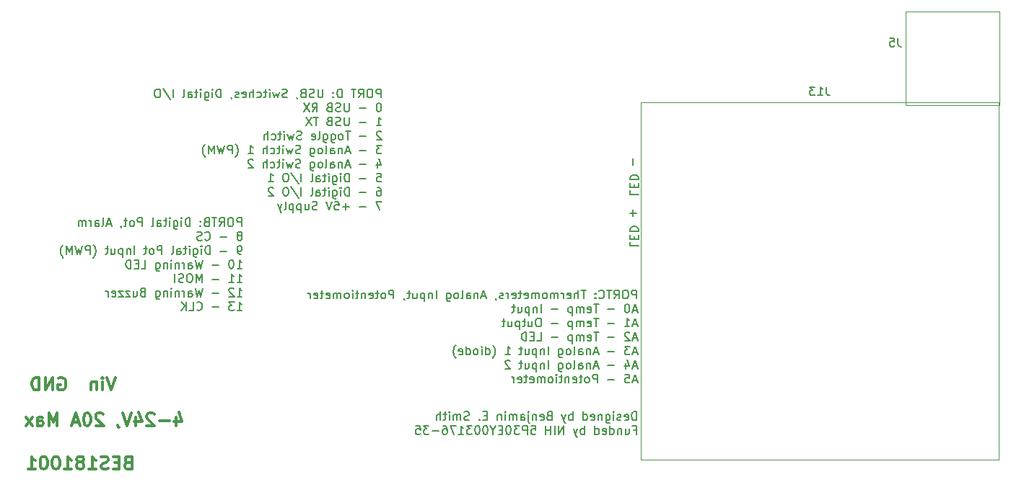
<source format=gbo>
G04 #@! TF.GenerationSoftware,KiCad,Pcbnew,(2017-11-06 revision 9df4ae65e)-makepkg*
G04 #@! TF.CreationDate,2018-10-01T21:36:44-07:00*
G04 #@! TF.ProjectId,MHz_LED_Modulator_v2,4D487A5F4C45445F4D6F64756C61746F,rev?*
G04 #@! TF.SameCoordinates,Original*
G04 #@! TF.FileFunction,Legend,Bot*
G04 #@! TF.FilePolarity,Positive*
%FSLAX46Y46*%
G04 Gerber Fmt 4.6, Leading zero omitted, Abs format (unit mm)*
G04 Created by KiCad (PCBNEW (2017-11-06 revision 9df4ae65e)-makepkg) date 10/01/18 21:36:44*
%MOMM*%
%LPD*%
G01*
G04 APERTURE LIST*
%ADD10C,0.150000*%
%ADD11C,0.300000*%
%ADD12C,0.120000*%
G04 APERTURE END LIST*
D10*
X178687619Y-92842857D02*
X178687619Y-93319047D01*
X179687619Y-93319047D01*
X179211428Y-92509523D02*
X179211428Y-92176190D01*
X178687619Y-92033333D02*
X178687619Y-92509523D01*
X179687619Y-92509523D01*
X179687619Y-92033333D01*
X178687619Y-91604761D02*
X179687619Y-91604761D01*
X179687619Y-91366666D01*
X179640000Y-91223809D01*
X179544761Y-91128571D01*
X179449523Y-91080952D01*
X179259047Y-91033333D01*
X179116190Y-91033333D01*
X178925714Y-91080952D01*
X178830476Y-91128571D01*
X178735238Y-91223809D01*
X178687619Y-91366666D01*
X178687619Y-91604761D01*
X179068571Y-89842857D02*
X179068571Y-89080952D01*
X178687619Y-98912857D02*
X178687619Y-99389047D01*
X179687619Y-99389047D01*
X179211428Y-98579523D02*
X179211428Y-98246190D01*
X178687619Y-98103333D02*
X178687619Y-98579523D01*
X179687619Y-98579523D01*
X179687619Y-98103333D01*
X178687619Y-97674761D02*
X179687619Y-97674761D01*
X179687619Y-97436666D01*
X179640000Y-97293809D01*
X179544761Y-97198571D01*
X179449523Y-97150952D01*
X179259047Y-97103333D01*
X179116190Y-97103333D01*
X178925714Y-97150952D01*
X178830476Y-97198571D01*
X178735238Y-97293809D01*
X178687619Y-97436666D01*
X178687619Y-97674761D01*
X179068571Y-95912857D02*
X179068571Y-95150952D01*
X178687619Y-95531904D02*
X179449523Y-95531904D01*
D11*
X119761428Y-124842857D02*
X119547142Y-124914285D01*
X119475714Y-124985714D01*
X119404285Y-125128571D01*
X119404285Y-125342857D01*
X119475714Y-125485714D01*
X119547142Y-125557142D01*
X119690000Y-125628571D01*
X120261428Y-125628571D01*
X120261428Y-124128571D01*
X119761428Y-124128571D01*
X119618571Y-124200000D01*
X119547142Y-124271428D01*
X119475714Y-124414285D01*
X119475714Y-124557142D01*
X119547142Y-124700000D01*
X119618571Y-124771428D01*
X119761428Y-124842857D01*
X120261428Y-124842857D01*
X118761428Y-124842857D02*
X118261428Y-124842857D01*
X118047142Y-125628571D02*
X118761428Y-125628571D01*
X118761428Y-124128571D01*
X118047142Y-124128571D01*
X117475714Y-125557142D02*
X117261428Y-125628571D01*
X116904285Y-125628571D01*
X116761428Y-125557142D01*
X116690000Y-125485714D01*
X116618571Y-125342857D01*
X116618571Y-125200000D01*
X116690000Y-125057142D01*
X116761428Y-124985714D01*
X116904285Y-124914285D01*
X117190000Y-124842857D01*
X117332857Y-124771428D01*
X117404285Y-124700000D01*
X117475714Y-124557142D01*
X117475714Y-124414285D01*
X117404285Y-124271428D01*
X117332857Y-124200000D01*
X117190000Y-124128571D01*
X116832857Y-124128571D01*
X116618571Y-124200000D01*
X115190000Y-125628571D02*
X116047142Y-125628571D01*
X115618571Y-125628571D02*
X115618571Y-124128571D01*
X115761428Y-124342857D01*
X115904285Y-124485714D01*
X116047142Y-124557142D01*
X114332857Y-124771428D02*
X114475714Y-124700000D01*
X114547142Y-124628571D01*
X114618571Y-124485714D01*
X114618571Y-124414285D01*
X114547142Y-124271428D01*
X114475714Y-124200000D01*
X114332857Y-124128571D01*
X114047142Y-124128571D01*
X113904285Y-124200000D01*
X113832857Y-124271428D01*
X113761428Y-124414285D01*
X113761428Y-124485714D01*
X113832857Y-124628571D01*
X113904285Y-124700000D01*
X114047142Y-124771428D01*
X114332857Y-124771428D01*
X114475714Y-124842857D01*
X114547142Y-124914285D01*
X114618571Y-125057142D01*
X114618571Y-125342857D01*
X114547142Y-125485714D01*
X114475714Y-125557142D01*
X114332857Y-125628571D01*
X114047142Y-125628571D01*
X113904285Y-125557142D01*
X113832857Y-125485714D01*
X113761428Y-125342857D01*
X113761428Y-125057142D01*
X113832857Y-124914285D01*
X113904285Y-124842857D01*
X114047142Y-124771428D01*
X112332857Y-125628571D02*
X113190000Y-125628571D01*
X112761428Y-125628571D02*
X112761428Y-124128571D01*
X112904285Y-124342857D01*
X113047142Y-124485714D01*
X113190000Y-124557142D01*
X111404285Y-124128571D02*
X111261428Y-124128571D01*
X111118571Y-124200000D01*
X111047142Y-124271428D01*
X110975714Y-124414285D01*
X110904285Y-124700000D01*
X110904285Y-125057142D01*
X110975714Y-125342857D01*
X111047142Y-125485714D01*
X111118571Y-125557142D01*
X111261428Y-125628571D01*
X111404285Y-125628571D01*
X111547142Y-125557142D01*
X111618571Y-125485714D01*
X111690000Y-125342857D01*
X111761428Y-125057142D01*
X111761428Y-124700000D01*
X111690000Y-124414285D01*
X111618571Y-124271428D01*
X111547142Y-124200000D01*
X111404285Y-124128571D01*
X109975714Y-124128571D02*
X109832857Y-124128571D01*
X109690000Y-124200000D01*
X109618571Y-124271428D01*
X109547142Y-124414285D01*
X109475714Y-124700000D01*
X109475714Y-125057142D01*
X109547142Y-125342857D01*
X109618571Y-125485714D01*
X109690000Y-125557142D01*
X109832857Y-125628571D01*
X109975714Y-125628571D01*
X110118571Y-125557142D01*
X110190000Y-125485714D01*
X110261428Y-125342857D01*
X110332857Y-125057142D01*
X110332857Y-124700000D01*
X110261428Y-124414285D01*
X110190000Y-124271428D01*
X110118571Y-124200000D01*
X109975714Y-124128571D01*
X108047142Y-125628571D02*
X108904285Y-125628571D01*
X108475714Y-125628571D02*
X108475714Y-124128571D01*
X108618571Y-124342857D01*
X108761428Y-124485714D01*
X108904285Y-124557142D01*
D10*
X179434404Y-105572380D02*
X179434404Y-104572380D01*
X179053452Y-104572380D01*
X178958214Y-104620000D01*
X178910595Y-104667619D01*
X178862976Y-104762857D01*
X178862976Y-104905714D01*
X178910595Y-105000952D01*
X178958214Y-105048571D01*
X179053452Y-105096190D01*
X179434404Y-105096190D01*
X178243928Y-104572380D02*
X178053452Y-104572380D01*
X177958214Y-104620000D01*
X177862976Y-104715238D01*
X177815357Y-104905714D01*
X177815357Y-105239047D01*
X177862976Y-105429523D01*
X177958214Y-105524761D01*
X178053452Y-105572380D01*
X178243928Y-105572380D01*
X178339166Y-105524761D01*
X178434404Y-105429523D01*
X178482023Y-105239047D01*
X178482023Y-104905714D01*
X178434404Y-104715238D01*
X178339166Y-104620000D01*
X178243928Y-104572380D01*
X176815357Y-105572380D02*
X177148690Y-105096190D01*
X177386785Y-105572380D02*
X177386785Y-104572380D01*
X177005833Y-104572380D01*
X176910595Y-104620000D01*
X176862976Y-104667619D01*
X176815357Y-104762857D01*
X176815357Y-104905714D01*
X176862976Y-105000952D01*
X176910595Y-105048571D01*
X177005833Y-105096190D01*
X177386785Y-105096190D01*
X176529642Y-104572380D02*
X175958214Y-104572380D01*
X176243928Y-105572380D02*
X176243928Y-104572380D01*
X175053452Y-105477142D02*
X175101071Y-105524761D01*
X175243928Y-105572380D01*
X175339166Y-105572380D01*
X175482023Y-105524761D01*
X175577261Y-105429523D01*
X175624880Y-105334285D01*
X175672500Y-105143809D01*
X175672500Y-105000952D01*
X175624880Y-104810476D01*
X175577261Y-104715238D01*
X175482023Y-104620000D01*
X175339166Y-104572380D01*
X175243928Y-104572380D01*
X175101071Y-104620000D01*
X175053452Y-104667619D01*
X174624880Y-105477142D02*
X174577261Y-105524761D01*
X174624880Y-105572380D01*
X174672500Y-105524761D01*
X174624880Y-105477142D01*
X174624880Y-105572380D01*
X174624880Y-104953333D02*
X174577261Y-105000952D01*
X174624880Y-105048571D01*
X174672500Y-105000952D01*
X174624880Y-104953333D01*
X174624880Y-105048571D01*
X173529642Y-104572380D02*
X172958214Y-104572380D01*
X173243928Y-105572380D02*
X173243928Y-104572380D01*
X172624880Y-105572380D02*
X172624880Y-104572380D01*
X172196309Y-105572380D02*
X172196309Y-105048571D01*
X172243928Y-104953333D01*
X172339166Y-104905714D01*
X172482023Y-104905714D01*
X172577261Y-104953333D01*
X172624880Y-105000952D01*
X171339166Y-105524761D02*
X171434404Y-105572380D01*
X171624880Y-105572380D01*
X171720119Y-105524761D01*
X171767738Y-105429523D01*
X171767738Y-105048571D01*
X171720119Y-104953333D01*
X171624880Y-104905714D01*
X171434404Y-104905714D01*
X171339166Y-104953333D01*
X171291547Y-105048571D01*
X171291547Y-105143809D01*
X171767738Y-105239047D01*
X170862976Y-105572380D02*
X170862976Y-104905714D01*
X170862976Y-105096190D02*
X170815357Y-105000952D01*
X170767738Y-104953333D01*
X170672500Y-104905714D01*
X170577261Y-104905714D01*
X170243928Y-105572380D02*
X170243928Y-104905714D01*
X170243928Y-105000952D02*
X170196309Y-104953333D01*
X170101071Y-104905714D01*
X169958214Y-104905714D01*
X169862976Y-104953333D01*
X169815357Y-105048571D01*
X169815357Y-105572380D01*
X169815357Y-105048571D02*
X169767738Y-104953333D01*
X169672500Y-104905714D01*
X169529642Y-104905714D01*
X169434404Y-104953333D01*
X169386785Y-105048571D01*
X169386785Y-105572380D01*
X168767738Y-105572380D02*
X168862976Y-105524761D01*
X168910595Y-105477142D01*
X168958214Y-105381904D01*
X168958214Y-105096190D01*
X168910595Y-105000952D01*
X168862976Y-104953333D01*
X168767738Y-104905714D01*
X168624880Y-104905714D01*
X168529642Y-104953333D01*
X168482023Y-105000952D01*
X168434404Y-105096190D01*
X168434404Y-105381904D01*
X168482023Y-105477142D01*
X168529642Y-105524761D01*
X168624880Y-105572380D01*
X168767738Y-105572380D01*
X168005833Y-105572380D02*
X168005833Y-104905714D01*
X168005833Y-105000952D02*
X167958214Y-104953333D01*
X167862976Y-104905714D01*
X167720119Y-104905714D01*
X167624880Y-104953333D01*
X167577261Y-105048571D01*
X167577261Y-105572380D01*
X167577261Y-105048571D02*
X167529642Y-104953333D01*
X167434404Y-104905714D01*
X167291547Y-104905714D01*
X167196309Y-104953333D01*
X167148690Y-105048571D01*
X167148690Y-105572380D01*
X166291547Y-105524761D02*
X166386785Y-105572380D01*
X166577261Y-105572380D01*
X166672500Y-105524761D01*
X166720119Y-105429523D01*
X166720119Y-105048571D01*
X166672500Y-104953333D01*
X166577261Y-104905714D01*
X166386785Y-104905714D01*
X166291547Y-104953333D01*
X166243928Y-105048571D01*
X166243928Y-105143809D01*
X166720119Y-105239047D01*
X165958214Y-104905714D02*
X165577261Y-104905714D01*
X165815357Y-104572380D02*
X165815357Y-105429523D01*
X165767738Y-105524761D01*
X165672500Y-105572380D01*
X165577261Y-105572380D01*
X164862976Y-105524761D02*
X164958214Y-105572380D01*
X165148690Y-105572380D01*
X165243928Y-105524761D01*
X165291547Y-105429523D01*
X165291547Y-105048571D01*
X165243928Y-104953333D01*
X165148690Y-104905714D01*
X164958214Y-104905714D01*
X164862976Y-104953333D01*
X164815357Y-105048571D01*
X164815357Y-105143809D01*
X165291547Y-105239047D01*
X164386785Y-105572380D02*
X164386785Y-104905714D01*
X164386785Y-105096190D02*
X164339166Y-105000952D01*
X164291547Y-104953333D01*
X164196309Y-104905714D01*
X164101071Y-104905714D01*
X163815357Y-105524761D02*
X163720119Y-105572380D01*
X163529642Y-105572380D01*
X163434404Y-105524761D01*
X163386785Y-105429523D01*
X163386785Y-105381904D01*
X163434404Y-105286666D01*
X163529642Y-105239047D01*
X163672500Y-105239047D01*
X163767738Y-105191428D01*
X163815357Y-105096190D01*
X163815357Y-105048571D01*
X163767738Y-104953333D01*
X163672500Y-104905714D01*
X163529642Y-104905714D01*
X163434404Y-104953333D01*
X162910595Y-105524761D02*
X162910595Y-105572380D01*
X162958214Y-105667619D01*
X163005833Y-105715238D01*
X161767738Y-105286666D02*
X161291547Y-105286666D01*
X161862976Y-105572380D02*
X161529642Y-104572380D01*
X161196309Y-105572380D01*
X160862976Y-104905714D02*
X160862976Y-105572380D01*
X160862976Y-105000952D02*
X160815357Y-104953333D01*
X160720119Y-104905714D01*
X160577261Y-104905714D01*
X160482023Y-104953333D01*
X160434404Y-105048571D01*
X160434404Y-105572380D01*
X159529642Y-105572380D02*
X159529642Y-105048571D01*
X159577261Y-104953333D01*
X159672500Y-104905714D01*
X159862976Y-104905714D01*
X159958214Y-104953333D01*
X159529642Y-105524761D02*
X159624880Y-105572380D01*
X159862976Y-105572380D01*
X159958214Y-105524761D01*
X160005833Y-105429523D01*
X160005833Y-105334285D01*
X159958214Y-105239047D01*
X159862976Y-105191428D01*
X159624880Y-105191428D01*
X159529642Y-105143809D01*
X158910595Y-105572380D02*
X159005833Y-105524761D01*
X159053452Y-105429523D01*
X159053452Y-104572380D01*
X158386785Y-105572380D02*
X158482023Y-105524761D01*
X158529642Y-105477142D01*
X158577261Y-105381904D01*
X158577261Y-105096190D01*
X158529642Y-105000952D01*
X158482023Y-104953333D01*
X158386785Y-104905714D01*
X158243928Y-104905714D01*
X158148690Y-104953333D01*
X158101071Y-105000952D01*
X158053452Y-105096190D01*
X158053452Y-105381904D01*
X158101071Y-105477142D01*
X158148690Y-105524761D01*
X158243928Y-105572380D01*
X158386785Y-105572380D01*
X157196309Y-104905714D02*
X157196309Y-105715238D01*
X157243928Y-105810476D01*
X157291547Y-105858095D01*
X157386785Y-105905714D01*
X157529642Y-105905714D01*
X157624880Y-105858095D01*
X157196309Y-105524761D02*
X157291547Y-105572380D01*
X157482023Y-105572380D01*
X157577261Y-105524761D01*
X157624880Y-105477142D01*
X157672500Y-105381904D01*
X157672500Y-105096190D01*
X157624880Y-105000952D01*
X157577261Y-104953333D01*
X157482023Y-104905714D01*
X157291547Y-104905714D01*
X157196309Y-104953333D01*
X155958214Y-105572380D02*
X155958214Y-104572380D01*
X155482023Y-104905714D02*
X155482023Y-105572380D01*
X155482023Y-105000952D02*
X155434404Y-104953333D01*
X155339166Y-104905714D01*
X155196309Y-104905714D01*
X155101071Y-104953333D01*
X155053452Y-105048571D01*
X155053452Y-105572380D01*
X154577261Y-104905714D02*
X154577261Y-105905714D01*
X154577261Y-104953333D02*
X154482023Y-104905714D01*
X154291547Y-104905714D01*
X154196309Y-104953333D01*
X154148690Y-105000952D01*
X154101071Y-105096190D01*
X154101071Y-105381904D01*
X154148690Y-105477142D01*
X154196309Y-105524761D01*
X154291547Y-105572380D01*
X154482023Y-105572380D01*
X154577261Y-105524761D01*
X153243928Y-104905714D02*
X153243928Y-105572380D01*
X153672500Y-104905714D02*
X153672500Y-105429523D01*
X153624880Y-105524761D01*
X153529642Y-105572380D01*
X153386785Y-105572380D01*
X153291547Y-105524761D01*
X153243928Y-105477142D01*
X152910595Y-104905714D02*
X152529642Y-104905714D01*
X152767738Y-104572380D02*
X152767738Y-105429523D01*
X152720119Y-105524761D01*
X152624880Y-105572380D01*
X152529642Y-105572380D01*
X152148690Y-105524761D02*
X152148690Y-105572380D01*
X152196309Y-105667619D01*
X152243928Y-105715238D01*
X150958214Y-105572380D02*
X150958214Y-104572380D01*
X150577261Y-104572380D01*
X150482023Y-104620000D01*
X150434404Y-104667619D01*
X150386785Y-104762857D01*
X150386785Y-104905714D01*
X150434404Y-105000952D01*
X150482023Y-105048571D01*
X150577261Y-105096190D01*
X150958214Y-105096190D01*
X149815357Y-105572380D02*
X149910595Y-105524761D01*
X149958214Y-105477142D01*
X150005833Y-105381904D01*
X150005833Y-105096190D01*
X149958214Y-105000952D01*
X149910595Y-104953333D01*
X149815357Y-104905714D01*
X149672500Y-104905714D01*
X149577261Y-104953333D01*
X149529642Y-105000952D01*
X149482023Y-105096190D01*
X149482023Y-105381904D01*
X149529642Y-105477142D01*
X149577261Y-105524761D01*
X149672500Y-105572380D01*
X149815357Y-105572380D01*
X149196309Y-104905714D02*
X148815357Y-104905714D01*
X149053452Y-104572380D02*
X149053452Y-105429523D01*
X149005833Y-105524761D01*
X148910595Y-105572380D01*
X148815357Y-105572380D01*
X148101071Y-105524761D02*
X148196309Y-105572380D01*
X148386785Y-105572380D01*
X148482023Y-105524761D01*
X148529642Y-105429523D01*
X148529642Y-105048571D01*
X148482023Y-104953333D01*
X148386785Y-104905714D01*
X148196309Y-104905714D01*
X148101071Y-104953333D01*
X148053452Y-105048571D01*
X148053452Y-105143809D01*
X148529642Y-105239047D01*
X147624880Y-104905714D02*
X147624880Y-105572380D01*
X147624880Y-105000952D02*
X147577261Y-104953333D01*
X147482023Y-104905714D01*
X147339166Y-104905714D01*
X147243928Y-104953333D01*
X147196309Y-105048571D01*
X147196309Y-105572380D01*
X146862976Y-104905714D02*
X146482023Y-104905714D01*
X146720119Y-104572380D02*
X146720119Y-105429523D01*
X146672500Y-105524761D01*
X146577261Y-105572380D01*
X146482023Y-105572380D01*
X146148690Y-105572380D02*
X146148690Y-104905714D01*
X146148690Y-104572380D02*
X146196309Y-104620000D01*
X146148690Y-104667619D01*
X146101071Y-104620000D01*
X146148690Y-104572380D01*
X146148690Y-104667619D01*
X145529642Y-105572380D02*
X145624880Y-105524761D01*
X145672500Y-105477142D01*
X145720119Y-105381904D01*
X145720119Y-105096190D01*
X145672500Y-105000952D01*
X145624880Y-104953333D01*
X145529642Y-104905714D01*
X145386785Y-104905714D01*
X145291547Y-104953333D01*
X145243928Y-105000952D01*
X145196309Y-105096190D01*
X145196309Y-105381904D01*
X145243928Y-105477142D01*
X145291547Y-105524761D01*
X145386785Y-105572380D01*
X145529642Y-105572380D01*
X144767738Y-105572380D02*
X144767738Y-104905714D01*
X144767738Y-105000952D02*
X144720119Y-104953333D01*
X144624880Y-104905714D01*
X144482023Y-104905714D01*
X144386785Y-104953333D01*
X144339166Y-105048571D01*
X144339166Y-105572380D01*
X144339166Y-105048571D02*
X144291547Y-104953333D01*
X144196309Y-104905714D01*
X144053452Y-104905714D01*
X143958214Y-104953333D01*
X143910595Y-105048571D01*
X143910595Y-105572380D01*
X143053452Y-105524761D02*
X143148690Y-105572380D01*
X143339166Y-105572380D01*
X143434404Y-105524761D01*
X143482023Y-105429523D01*
X143482023Y-105048571D01*
X143434404Y-104953333D01*
X143339166Y-104905714D01*
X143148690Y-104905714D01*
X143053452Y-104953333D01*
X143005833Y-105048571D01*
X143005833Y-105143809D01*
X143482023Y-105239047D01*
X142720119Y-104905714D02*
X142339166Y-104905714D01*
X142577261Y-104572380D02*
X142577261Y-105429523D01*
X142529642Y-105524761D01*
X142434404Y-105572380D01*
X142339166Y-105572380D01*
X141624880Y-105524761D02*
X141720119Y-105572380D01*
X141910595Y-105572380D01*
X142005833Y-105524761D01*
X142053452Y-105429523D01*
X142053452Y-105048571D01*
X142005833Y-104953333D01*
X141910595Y-104905714D01*
X141720119Y-104905714D01*
X141624880Y-104953333D01*
X141577261Y-105048571D01*
X141577261Y-105143809D01*
X142053452Y-105239047D01*
X141148690Y-105572380D02*
X141148690Y-104905714D01*
X141148690Y-105096190D02*
X141101071Y-105000952D01*
X141053452Y-104953333D01*
X140958214Y-104905714D01*
X140862976Y-104905714D01*
X179482023Y-106936666D02*
X179005833Y-106936666D01*
X179577261Y-107222380D02*
X179243928Y-106222380D01*
X178910595Y-107222380D01*
X178386785Y-106222380D02*
X178291547Y-106222380D01*
X178196309Y-106270000D01*
X178148690Y-106317619D01*
X178101071Y-106412857D01*
X178053452Y-106603333D01*
X178053452Y-106841428D01*
X178101071Y-107031904D01*
X178148690Y-107127142D01*
X178196309Y-107174761D01*
X178291547Y-107222380D01*
X178386785Y-107222380D01*
X178482023Y-107174761D01*
X178529642Y-107127142D01*
X178577261Y-107031904D01*
X178624880Y-106841428D01*
X178624880Y-106603333D01*
X178577261Y-106412857D01*
X178529642Y-106317619D01*
X178482023Y-106270000D01*
X178386785Y-106222380D01*
X176862976Y-106841428D02*
X176101071Y-106841428D01*
X175005833Y-106222380D02*
X174434404Y-106222380D01*
X174720119Y-107222380D02*
X174720119Y-106222380D01*
X173720119Y-107174761D02*
X173815357Y-107222380D01*
X174005833Y-107222380D01*
X174101071Y-107174761D01*
X174148690Y-107079523D01*
X174148690Y-106698571D01*
X174101071Y-106603333D01*
X174005833Y-106555714D01*
X173815357Y-106555714D01*
X173720119Y-106603333D01*
X173672500Y-106698571D01*
X173672500Y-106793809D01*
X174148690Y-106889047D01*
X173243928Y-107222380D02*
X173243928Y-106555714D01*
X173243928Y-106650952D02*
X173196309Y-106603333D01*
X173101071Y-106555714D01*
X172958214Y-106555714D01*
X172862976Y-106603333D01*
X172815357Y-106698571D01*
X172815357Y-107222380D01*
X172815357Y-106698571D02*
X172767738Y-106603333D01*
X172672500Y-106555714D01*
X172529642Y-106555714D01*
X172434404Y-106603333D01*
X172386785Y-106698571D01*
X172386785Y-107222380D01*
X171910595Y-106555714D02*
X171910595Y-107555714D01*
X171910595Y-106603333D02*
X171815357Y-106555714D01*
X171624880Y-106555714D01*
X171529642Y-106603333D01*
X171482023Y-106650952D01*
X171434404Y-106746190D01*
X171434404Y-107031904D01*
X171482023Y-107127142D01*
X171529642Y-107174761D01*
X171624880Y-107222380D01*
X171815357Y-107222380D01*
X171910595Y-107174761D01*
X170243928Y-106841428D02*
X169482023Y-106841428D01*
X168243928Y-107222380D02*
X168243928Y-106222380D01*
X167767738Y-106555714D02*
X167767738Y-107222380D01*
X167767738Y-106650952D02*
X167720119Y-106603333D01*
X167624880Y-106555714D01*
X167482023Y-106555714D01*
X167386785Y-106603333D01*
X167339166Y-106698571D01*
X167339166Y-107222380D01*
X166862976Y-106555714D02*
X166862976Y-107555714D01*
X166862976Y-106603333D02*
X166767738Y-106555714D01*
X166577261Y-106555714D01*
X166482023Y-106603333D01*
X166434404Y-106650952D01*
X166386785Y-106746190D01*
X166386785Y-107031904D01*
X166434404Y-107127142D01*
X166482023Y-107174761D01*
X166577261Y-107222380D01*
X166767738Y-107222380D01*
X166862976Y-107174761D01*
X165529642Y-106555714D02*
X165529642Y-107222380D01*
X165958214Y-106555714D02*
X165958214Y-107079523D01*
X165910595Y-107174761D01*
X165815357Y-107222380D01*
X165672500Y-107222380D01*
X165577261Y-107174761D01*
X165529642Y-107127142D01*
X165196309Y-106555714D02*
X164815357Y-106555714D01*
X165053452Y-106222380D02*
X165053452Y-107079523D01*
X165005833Y-107174761D01*
X164910595Y-107222380D01*
X164815357Y-107222380D01*
X179482023Y-108586666D02*
X179005833Y-108586666D01*
X179577261Y-108872380D02*
X179243928Y-107872380D01*
X178910595Y-108872380D01*
X178053452Y-108872380D02*
X178624880Y-108872380D01*
X178339166Y-108872380D02*
X178339166Y-107872380D01*
X178434404Y-108015238D01*
X178529642Y-108110476D01*
X178624880Y-108158095D01*
X176862976Y-108491428D02*
X176101071Y-108491428D01*
X175005833Y-107872380D02*
X174434404Y-107872380D01*
X174720119Y-108872380D02*
X174720119Y-107872380D01*
X173720119Y-108824761D02*
X173815357Y-108872380D01*
X174005833Y-108872380D01*
X174101071Y-108824761D01*
X174148690Y-108729523D01*
X174148690Y-108348571D01*
X174101071Y-108253333D01*
X174005833Y-108205714D01*
X173815357Y-108205714D01*
X173720119Y-108253333D01*
X173672500Y-108348571D01*
X173672500Y-108443809D01*
X174148690Y-108539047D01*
X173243928Y-108872380D02*
X173243928Y-108205714D01*
X173243928Y-108300952D02*
X173196309Y-108253333D01*
X173101071Y-108205714D01*
X172958214Y-108205714D01*
X172862976Y-108253333D01*
X172815357Y-108348571D01*
X172815357Y-108872380D01*
X172815357Y-108348571D02*
X172767738Y-108253333D01*
X172672500Y-108205714D01*
X172529642Y-108205714D01*
X172434404Y-108253333D01*
X172386785Y-108348571D01*
X172386785Y-108872380D01*
X171910595Y-108205714D02*
X171910595Y-109205714D01*
X171910595Y-108253333D02*
X171815357Y-108205714D01*
X171624880Y-108205714D01*
X171529642Y-108253333D01*
X171482023Y-108300952D01*
X171434404Y-108396190D01*
X171434404Y-108681904D01*
X171482023Y-108777142D01*
X171529642Y-108824761D01*
X171624880Y-108872380D01*
X171815357Y-108872380D01*
X171910595Y-108824761D01*
X170243928Y-108491428D02*
X169482023Y-108491428D01*
X168053452Y-107872380D02*
X167862976Y-107872380D01*
X167767738Y-107920000D01*
X167672500Y-108015238D01*
X167624880Y-108205714D01*
X167624880Y-108539047D01*
X167672500Y-108729523D01*
X167767738Y-108824761D01*
X167862976Y-108872380D01*
X168053452Y-108872380D01*
X168148690Y-108824761D01*
X168243928Y-108729523D01*
X168291547Y-108539047D01*
X168291547Y-108205714D01*
X168243928Y-108015238D01*
X168148690Y-107920000D01*
X168053452Y-107872380D01*
X166767738Y-108205714D02*
X166767738Y-108872380D01*
X167196309Y-108205714D02*
X167196309Y-108729523D01*
X167148690Y-108824761D01*
X167053452Y-108872380D01*
X166910595Y-108872380D01*
X166815357Y-108824761D01*
X166767738Y-108777142D01*
X166434404Y-108205714D02*
X166053452Y-108205714D01*
X166291547Y-107872380D02*
X166291547Y-108729523D01*
X166243928Y-108824761D01*
X166148690Y-108872380D01*
X166053452Y-108872380D01*
X165720119Y-108205714D02*
X165720119Y-109205714D01*
X165720119Y-108253333D02*
X165624880Y-108205714D01*
X165434404Y-108205714D01*
X165339166Y-108253333D01*
X165291547Y-108300952D01*
X165243928Y-108396190D01*
X165243928Y-108681904D01*
X165291547Y-108777142D01*
X165339166Y-108824761D01*
X165434404Y-108872380D01*
X165624880Y-108872380D01*
X165720119Y-108824761D01*
X164386785Y-108205714D02*
X164386785Y-108872380D01*
X164815357Y-108205714D02*
X164815357Y-108729523D01*
X164767738Y-108824761D01*
X164672500Y-108872380D01*
X164529642Y-108872380D01*
X164434404Y-108824761D01*
X164386785Y-108777142D01*
X164053452Y-108205714D02*
X163672500Y-108205714D01*
X163910595Y-107872380D02*
X163910595Y-108729523D01*
X163862976Y-108824761D01*
X163767738Y-108872380D01*
X163672500Y-108872380D01*
X179482023Y-110236666D02*
X179005833Y-110236666D01*
X179577261Y-110522380D02*
X179243928Y-109522380D01*
X178910595Y-110522380D01*
X178624880Y-109617619D02*
X178577261Y-109570000D01*
X178482023Y-109522380D01*
X178243928Y-109522380D01*
X178148690Y-109570000D01*
X178101071Y-109617619D01*
X178053452Y-109712857D01*
X178053452Y-109808095D01*
X178101071Y-109950952D01*
X178672500Y-110522380D01*
X178053452Y-110522380D01*
X176862976Y-110141428D02*
X176101071Y-110141428D01*
X175005833Y-109522380D02*
X174434404Y-109522380D01*
X174720119Y-110522380D02*
X174720119Y-109522380D01*
X173720119Y-110474761D02*
X173815357Y-110522380D01*
X174005833Y-110522380D01*
X174101071Y-110474761D01*
X174148690Y-110379523D01*
X174148690Y-109998571D01*
X174101071Y-109903333D01*
X174005833Y-109855714D01*
X173815357Y-109855714D01*
X173720119Y-109903333D01*
X173672500Y-109998571D01*
X173672500Y-110093809D01*
X174148690Y-110189047D01*
X173243928Y-110522380D02*
X173243928Y-109855714D01*
X173243928Y-109950952D02*
X173196309Y-109903333D01*
X173101071Y-109855714D01*
X172958214Y-109855714D01*
X172862976Y-109903333D01*
X172815357Y-109998571D01*
X172815357Y-110522380D01*
X172815357Y-109998571D02*
X172767738Y-109903333D01*
X172672500Y-109855714D01*
X172529642Y-109855714D01*
X172434404Y-109903333D01*
X172386785Y-109998571D01*
X172386785Y-110522380D01*
X171910595Y-109855714D02*
X171910595Y-110855714D01*
X171910595Y-109903333D02*
X171815357Y-109855714D01*
X171624880Y-109855714D01*
X171529642Y-109903333D01*
X171482023Y-109950952D01*
X171434404Y-110046190D01*
X171434404Y-110331904D01*
X171482023Y-110427142D01*
X171529642Y-110474761D01*
X171624880Y-110522380D01*
X171815357Y-110522380D01*
X171910595Y-110474761D01*
X170243928Y-110141428D02*
X169482023Y-110141428D01*
X167767738Y-110522380D02*
X168243928Y-110522380D01*
X168243928Y-109522380D01*
X167434404Y-109998571D02*
X167101071Y-109998571D01*
X166958214Y-110522380D02*
X167434404Y-110522380D01*
X167434404Y-109522380D01*
X166958214Y-109522380D01*
X166529642Y-110522380D02*
X166529642Y-109522380D01*
X166291547Y-109522380D01*
X166148690Y-109570000D01*
X166053452Y-109665238D01*
X166005833Y-109760476D01*
X165958214Y-109950952D01*
X165958214Y-110093809D01*
X166005833Y-110284285D01*
X166053452Y-110379523D01*
X166148690Y-110474761D01*
X166291547Y-110522380D01*
X166529642Y-110522380D01*
X179482023Y-111886666D02*
X179005833Y-111886666D01*
X179577261Y-112172380D02*
X179243928Y-111172380D01*
X178910595Y-112172380D01*
X178672500Y-111172380D02*
X178053452Y-111172380D01*
X178386785Y-111553333D01*
X178243928Y-111553333D01*
X178148690Y-111600952D01*
X178101071Y-111648571D01*
X178053452Y-111743809D01*
X178053452Y-111981904D01*
X178101071Y-112077142D01*
X178148690Y-112124761D01*
X178243928Y-112172380D01*
X178529642Y-112172380D01*
X178624880Y-112124761D01*
X178672500Y-112077142D01*
X176862976Y-111791428D02*
X176101071Y-111791428D01*
X174910595Y-111886666D02*
X174434404Y-111886666D01*
X175005833Y-112172380D02*
X174672500Y-111172380D01*
X174339166Y-112172380D01*
X174005833Y-111505714D02*
X174005833Y-112172380D01*
X174005833Y-111600952D02*
X173958214Y-111553333D01*
X173862976Y-111505714D01*
X173720119Y-111505714D01*
X173624880Y-111553333D01*
X173577261Y-111648571D01*
X173577261Y-112172380D01*
X172672500Y-112172380D02*
X172672500Y-111648571D01*
X172720119Y-111553333D01*
X172815357Y-111505714D01*
X173005833Y-111505714D01*
X173101071Y-111553333D01*
X172672500Y-112124761D02*
X172767738Y-112172380D01*
X173005833Y-112172380D01*
X173101071Y-112124761D01*
X173148690Y-112029523D01*
X173148690Y-111934285D01*
X173101071Y-111839047D01*
X173005833Y-111791428D01*
X172767738Y-111791428D01*
X172672500Y-111743809D01*
X172053452Y-112172380D02*
X172148690Y-112124761D01*
X172196309Y-112029523D01*
X172196309Y-111172380D01*
X171529642Y-112172380D02*
X171624880Y-112124761D01*
X171672500Y-112077142D01*
X171720119Y-111981904D01*
X171720119Y-111696190D01*
X171672500Y-111600952D01*
X171624880Y-111553333D01*
X171529642Y-111505714D01*
X171386785Y-111505714D01*
X171291547Y-111553333D01*
X171243928Y-111600952D01*
X171196309Y-111696190D01*
X171196309Y-111981904D01*
X171243928Y-112077142D01*
X171291547Y-112124761D01*
X171386785Y-112172380D01*
X171529642Y-112172380D01*
X170339166Y-111505714D02*
X170339166Y-112315238D01*
X170386785Y-112410476D01*
X170434404Y-112458095D01*
X170529642Y-112505714D01*
X170672500Y-112505714D01*
X170767738Y-112458095D01*
X170339166Y-112124761D02*
X170434404Y-112172380D01*
X170624880Y-112172380D01*
X170720119Y-112124761D01*
X170767738Y-112077142D01*
X170815357Y-111981904D01*
X170815357Y-111696190D01*
X170767738Y-111600952D01*
X170720119Y-111553333D01*
X170624880Y-111505714D01*
X170434404Y-111505714D01*
X170339166Y-111553333D01*
X169101071Y-112172380D02*
X169101071Y-111172380D01*
X168624880Y-111505714D02*
X168624880Y-112172380D01*
X168624880Y-111600952D02*
X168577261Y-111553333D01*
X168482023Y-111505714D01*
X168339166Y-111505714D01*
X168243928Y-111553333D01*
X168196309Y-111648571D01*
X168196309Y-112172380D01*
X167720119Y-111505714D02*
X167720119Y-112505714D01*
X167720119Y-111553333D02*
X167624880Y-111505714D01*
X167434404Y-111505714D01*
X167339166Y-111553333D01*
X167291547Y-111600952D01*
X167243928Y-111696190D01*
X167243928Y-111981904D01*
X167291547Y-112077142D01*
X167339166Y-112124761D01*
X167434404Y-112172380D01*
X167624880Y-112172380D01*
X167720119Y-112124761D01*
X166386785Y-111505714D02*
X166386785Y-112172380D01*
X166815357Y-111505714D02*
X166815357Y-112029523D01*
X166767738Y-112124761D01*
X166672500Y-112172380D01*
X166529642Y-112172380D01*
X166434404Y-112124761D01*
X166386785Y-112077142D01*
X166053452Y-111505714D02*
X165672500Y-111505714D01*
X165910595Y-111172380D02*
X165910595Y-112029523D01*
X165862976Y-112124761D01*
X165767738Y-112172380D01*
X165672500Y-112172380D01*
X164053452Y-112172380D02*
X164624880Y-112172380D01*
X164339166Y-112172380D02*
X164339166Y-111172380D01*
X164434404Y-111315238D01*
X164529642Y-111410476D01*
X164624880Y-111458095D01*
X162577261Y-112553333D02*
X162624880Y-112505714D01*
X162720119Y-112362857D01*
X162767738Y-112267619D01*
X162815357Y-112124761D01*
X162862976Y-111886666D01*
X162862976Y-111696190D01*
X162815357Y-111458095D01*
X162767738Y-111315238D01*
X162720119Y-111220000D01*
X162624880Y-111077142D01*
X162577261Y-111029523D01*
X161767738Y-112172380D02*
X161767738Y-111172380D01*
X161767738Y-112124761D02*
X161862976Y-112172380D01*
X162053452Y-112172380D01*
X162148690Y-112124761D01*
X162196309Y-112077142D01*
X162243928Y-111981904D01*
X162243928Y-111696190D01*
X162196309Y-111600952D01*
X162148690Y-111553333D01*
X162053452Y-111505714D01*
X161862976Y-111505714D01*
X161767738Y-111553333D01*
X161291547Y-112172380D02*
X161291547Y-111505714D01*
X161291547Y-111172380D02*
X161339166Y-111220000D01*
X161291547Y-111267619D01*
X161243928Y-111220000D01*
X161291547Y-111172380D01*
X161291547Y-111267619D01*
X160672500Y-112172380D02*
X160767738Y-112124761D01*
X160815357Y-112077142D01*
X160862976Y-111981904D01*
X160862976Y-111696190D01*
X160815357Y-111600952D01*
X160767738Y-111553333D01*
X160672500Y-111505714D01*
X160529642Y-111505714D01*
X160434404Y-111553333D01*
X160386785Y-111600952D01*
X160339166Y-111696190D01*
X160339166Y-111981904D01*
X160386785Y-112077142D01*
X160434404Y-112124761D01*
X160529642Y-112172380D01*
X160672500Y-112172380D01*
X159482023Y-112172380D02*
X159482023Y-111172380D01*
X159482023Y-112124761D02*
X159577261Y-112172380D01*
X159767738Y-112172380D01*
X159862976Y-112124761D01*
X159910595Y-112077142D01*
X159958214Y-111981904D01*
X159958214Y-111696190D01*
X159910595Y-111600952D01*
X159862976Y-111553333D01*
X159767738Y-111505714D01*
X159577261Y-111505714D01*
X159482023Y-111553333D01*
X158624880Y-112124761D02*
X158720119Y-112172380D01*
X158910595Y-112172380D01*
X159005833Y-112124761D01*
X159053452Y-112029523D01*
X159053452Y-111648571D01*
X159005833Y-111553333D01*
X158910595Y-111505714D01*
X158720119Y-111505714D01*
X158624880Y-111553333D01*
X158577261Y-111648571D01*
X158577261Y-111743809D01*
X159053452Y-111839047D01*
X158243928Y-112553333D02*
X158196309Y-112505714D01*
X158101071Y-112362857D01*
X158053452Y-112267619D01*
X158005833Y-112124761D01*
X157958214Y-111886666D01*
X157958214Y-111696190D01*
X158005833Y-111458095D01*
X158053452Y-111315238D01*
X158101071Y-111220000D01*
X158196309Y-111077142D01*
X158243928Y-111029523D01*
X179482023Y-113536666D02*
X179005833Y-113536666D01*
X179577261Y-113822380D02*
X179243928Y-112822380D01*
X178910595Y-113822380D01*
X178148690Y-113155714D02*
X178148690Y-113822380D01*
X178386785Y-112774761D02*
X178624880Y-113489047D01*
X178005833Y-113489047D01*
X176862976Y-113441428D02*
X176101071Y-113441428D01*
X174910595Y-113536666D02*
X174434404Y-113536666D01*
X175005833Y-113822380D02*
X174672500Y-112822380D01*
X174339166Y-113822380D01*
X174005833Y-113155714D02*
X174005833Y-113822380D01*
X174005833Y-113250952D02*
X173958214Y-113203333D01*
X173862976Y-113155714D01*
X173720119Y-113155714D01*
X173624880Y-113203333D01*
X173577261Y-113298571D01*
X173577261Y-113822380D01*
X172672500Y-113822380D02*
X172672500Y-113298571D01*
X172720119Y-113203333D01*
X172815357Y-113155714D01*
X173005833Y-113155714D01*
X173101071Y-113203333D01*
X172672500Y-113774761D02*
X172767738Y-113822380D01*
X173005833Y-113822380D01*
X173101071Y-113774761D01*
X173148690Y-113679523D01*
X173148690Y-113584285D01*
X173101071Y-113489047D01*
X173005833Y-113441428D01*
X172767738Y-113441428D01*
X172672500Y-113393809D01*
X172053452Y-113822380D02*
X172148690Y-113774761D01*
X172196309Y-113679523D01*
X172196309Y-112822380D01*
X171529642Y-113822380D02*
X171624880Y-113774761D01*
X171672500Y-113727142D01*
X171720119Y-113631904D01*
X171720119Y-113346190D01*
X171672500Y-113250952D01*
X171624880Y-113203333D01*
X171529642Y-113155714D01*
X171386785Y-113155714D01*
X171291547Y-113203333D01*
X171243928Y-113250952D01*
X171196309Y-113346190D01*
X171196309Y-113631904D01*
X171243928Y-113727142D01*
X171291547Y-113774761D01*
X171386785Y-113822380D01*
X171529642Y-113822380D01*
X170339166Y-113155714D02*
X170339166Y-113965238D01*
X170386785Y-114060476D01*
X170434404Y-114108095D01*
X170529642Y-114155714D01*
X170672500Y-114155714D01*
X170767738Y-114108095D01*
X170339166Y-113774761D02*
X170434404Y-113822380D01*
X170624880Y-113822380D01*
X170720119Y-113774761D01*
X170767738Y-113727142D01*
X170815357Y-113631904D01*
X170815357Y-113346190D01*
X170767738Y-113250952D01*
X170720119Y-113203333D01*
X170624880Y-113155714D01*
X170434404Y-113155714D01*
X170339166Y-113203333D01*
X169101071Y-113822380D02*
X169101071Y-112822380D01*
X168624880Y-113155714D02*
X168624880Y-113822380D01*
X168624880Y-113250952D02*
X168577261Y-113203333D01*
X168482023Y-113155714D01*
X168339166Y-113155714D01*
X168243928Y-113203333D01*
X168196309Y-113298571D01*
X168196309Y-113822380D01*
X167720119Y-113155714D02*
X167720119Y-114155714D01*
X167720119Y-113203333D02*
X167624880Y-113155714D01*
X167434404Y-113155714D01*
X167339166Y-113203333D01*
X167291547Y-113250952D01*
X167243928Y-113346190D01*
X167243928Y-113631904D01*
X167291547Y-113727142D01*
X167339166Y-113774761D01*
X167434404Y-113822380D01*
X167624880Y-113822380D01*
X167720119Y-113774761D01*
X166386785Y-113155714D02*
X166386785Y-113822380D01*
X166815357Y-113155714D02*
X166815357Y-113679523D01*
X166767738Y-113774761D01*
X166672500Y-113822380D01*
X166529642Y-113822380D01*
X166434404Y-113774761D01*
X166386785Y-113727142D01*
X166053452Y-113155714D02*
X165672500Y-113155714D01*
X165910595Y-112822380D02*
X165910595Y-113679523D01*
X165862976Y-113774761D01*
X165767738Y-113822380D01*
X165672500Y-113822380D01*
X164624880Y-112917619D02*
X164577261Y-112870000D01*
X164482023Y-112822380D01*
X164243928Y-112822380D01*
X164148690Y-112870000D01*
X164101071Y-112917619D01*
X164053452Y-113012857D01*
X164053452Y-113108095D01*
X164101071Y-113250952D01*
X164672500Y-113822380D01*
X164053452Y-113822380D01*
X179482023Y-115186666D02*
X179005833Y-115186666D01*
X179577261Y-115472380D02*
X179243928Y-114472380D01*
X178910595Y-115472380D01*
X178101071Y-114472380D02*
X178577261Y-114472380D01*
X178624880Y-114948571D01*
X178577261Y-114900952D01*
X178482023Y-114853333D01*
X178243928Y-114853333D01*
X178148690Y-114900952D01*
X178101071Y-114948571D01*
X178053452Y-115043809D01*
X178053452Y-115281904D01*
X178101071Y-115377142D01*
X178148690Y-115424761D01*
X178243928Y-115472380D01*
X178482023Y-115472380D01*
X178577261Y-115424761D01*
X178624880Y-115377142D01*
X176862976Y-115091428D02*
X176101071Y-115091428D01*
X174862976Y-115472380D02*
X174862976Y-114472380D01*
X174482023Y-114472380D01*
X174386785Y-114520000D01*
X174339166Y-114567619D01*
X174291547Y-114662857D01*
X174291547Y-114805714D01*
X174339166Y-114900952D01*
X174386785Y-114948571D01*
X174482023Y-114996190D01*
X174862976Y-114996190D01*
X173720119Y-115472380D02*
X173815357Y-115424761D01*
X173862976Y-115377142D01*
X173910595Y-115281904D01*
X173910595Y-114996190D01*
X173862976Y-114900952D01*
X173815357Y-114853333D01*
X173720119Y-114805714D01*
X173577261Y-114805714D01*
X173482023Y-114853333D01*
X173434404Y-114900952D01*
X173386785Y-114996190D01*
X173386785Y-115281904D01*
X173434404Y-115377142D01*
X173482023Y-115424761D01*
X173577261Y-115472380D01*
X173720119Y-115472380D01*
X173101071Y-114805714D02*
X172720119Y-114805714D01*
X172958214Y-114472380D02*
X172958214Y-115329523D01*
X172910595Y-115424761D01*
X172815357Y-115472380D01*
X172720119Y-115472380D01*
X172005833Y-115424761D02*
X172101071Y-115472380D01*
X172291547Y-115472380D01*
X172386785Y-115424761D01*
X172434404Y-115329523D01*
X172434404Y-114948571D01*
X172386785Y-114853333D01*
X172291547Y-114805714D01*
X172101071Y-114805714D01*
X172005833Y-114853333D01*
X171958214Y-114948571D01*
X171958214Y-115043809D01*
X172434404Y-115139047D01*
X171529642Y-114805714D02*
X171529642Y-115472380D01*
X171529642Y-114900952D02*
X171482023Y-114853333D01*
X171386785Y-114805714D01*
X171243928Y-114805714D01*
X171148690Y-114853333D01*
X171101071Y-114948571D01*
X171101071Y-115472380D01*
X170767738Y-114805714D02*
X170386785Y-114805714D01*
X170624880Y-114472380D02*
X170624880Y-115329523D01*
X170577261Y-115424761D01*
X170482023Y-115472380D01*
X170386785Y-115472380D01*
X170053452Y-115472380D02*
X170053452Y-114805714D01*
X170053452Y-114472380D02*
X170101071Y-114520000D01*
X170053452Y-114567619D01*
X170005833Y-114520000D01*
X170053452Y-114472380D01*
X170053452Y-114567619D01*
X169434404Y-115472380D02*
X169529642Y-115424761D01*
X169577261Y-115377142D01*
X169624880Y-115281904D01*
X169624880Y-114996190D01*
X169577261Y-114900952D01*
X169529642Y-114853333D01*
X169434404Y-114805714D01*
X169291547Y-114805714D01*
X169196309Y-114853333D01*
X169148690Y-114900952D01*
X169101071Y-114996190D01*
X169101071Y-115281904D01*
X169148690Y-115377142D01*
X169196309Y-115424761D01*
X169291547Y-115472380D01*
X169434404Y-115472380D01*
X168672500Y-115472380D02*
X168672500Y-114805714D01*
X168672500Y-114900952D02*
X168624880Y-114853333D01*
X168529642Y-114805714D01*
X168386785Y-114805714D01*
X168291547Y-114853333D01*
X168243928Y-114948571D01*
X168243928Y-115472380D01*
X168243928Y-114948571D02*
X168196309Y-114853333D01*
X168101071Y-114805714D01*
X167958214Y-114805714D01*
X167862976Y-114853333D01*
X167815357Y-114948571D01*
X167815357Y-115472380D01*
X166958214Y-115424761D02*
X167053452Y-115472380D01*
X167243928Y-115472380D01*
X167339166Y-115424761D01*
X167386785Y-115329523D01*
X167386785Y-114948571D01*
X167339166Y-114853333D01*
X167243928Y-114805714D01*
X167053452Y-114805714D01*
X166958214Y-114853333D01*
X166910595Y-114948571D01*
X166910595Y-115043809D01*
X167386785Y-115139047D01*
X166624880Y-114805714D02*
X166243928Y-114805714D01*
X166482023Y-114472380D02*
X166482023Y-115329523D01*
X166434404Y-115424761D01*
X166339166Y-115472380D01*
X166243928Y-115472380D01*
X165529642Y-115424761D02*
X165624880Y-115472380D01*
X165815357Y-115472380D01*
X165910595Y-115424761D01*
X165958214Y-115329523D01*
X165958214Y-114948571D01*
X165910595Y-114853333D01*
X165815357Y-114805714D01*
X165624880Y-114805714D01*
X165529642Y-114853333D01*
X165482023Y-114948571D01*
X165482023Y-115043809D01*
X165958214Y-115139047D01*
X165053452Y-115472380D02*
X165053452Y-114805714D01*
X165053452Y-114996190D02*
X165005833Y-114900952D01*
X164958214Y-114853333D01*
X164862976Y-114805714D01*
X164767738Y-114805714D01*
X133114404Y-97077380D02*
X133114404Y-96077380D01*
X132733452Y-96077380D01*
X132638214Y-96125000D01*
X132590595Y-96172619D01*
X132542976Y-96267857D01*
X132542976Y-96410714D01*
X132590595Y-96505952D01*
X132638214Y-96553571D01*
X132733452Y-96601190D01*
X133114404Y-96601190D01*
X131923928Y-96077380D02*
X131733452Y-96077380D01*
X131638214Y-96125000D01*
X131542976Y-96220238D01*
X131495357Y-96410714D01*
X131495357Y-96744047D01*
X131542976Y-96934523D01*
X131638214Y-97029761D01*
X131733452Y-97077380D01*
X131923928Y-97077380D01*
X132019166Y-97029761D01*
X132114404Y-96934523D01*
X132162023Y-96744047D01*
X132162023Y-96410714D01*
X132114404Y-96220238D01*
X132019166Y-96125000D01*
X131923928Y-96077380D01*
X130495357Y-97077380D02*
X130828690Y-96601190D01*
X131066785Y-97077380D02*
X131066785Y-96077380D01*
X130685833Y-96077380D01*
X130590595Y-96125000D01*
X130542976Y-96172619D01*
X130495357Y-96267857D01*
X130495357Y-96410714D01*
X130542976Y-96505952D01*
X130590595Y-96553571D01*
X130685833Y-96601190D01*
X131066785Y-96601190D01*
X130209642Y-96077380D02*
X129638214Y-96077380D01*
X129923928Y-97077380D02*
X129923928Y-96077380D01*
X128971547Y-96553571D02*
X128828690Y-96601190D01*
X128781071Y-96648809D01*
X128733452Y-96744047D01*
X128733452Y-96886904D01*
X128781071Y-96982142D01*
X128828690Y-97029761D01*
X128923928Y-97077380D01*
X129304880Y-97077380D01*
X129304880Y-96077380D01*
X128971547Y-96077380D01*
X128876309Y-96125000D01*
X128828690Y-96172619D01*
X128781071Y-96267857D01*
X128781071Y-96363095D01*
X128828690Y-96458333D01*
X128876309Y-96505952D01*
X128971547Y-96553571D01*
X129304880Y-96553571D01*
X128304880Y-96982142D02*
X128257261Y-97029761D01*
X128304880Y-97077380D01*
X128352500Y-97029761D01*
X128304880Y-96982142D01*
X128304880Y-97077380D01*
X128304880Y-96458333D02*
X128257261Y-96505952D01*
X128304880Y-96553571D01*
X128352500Y-96505952D01*
X128304880Y-96458333D01*
X128304880Y-96553571D01*
X127066785Y-97077380D02*
X127066785Y-96077380D01*
X126828690Y-96077380D01*
X126685833Y-96125000D01*
X126590595Y-96220238D01*
X126542976Y-96315476D01*
X126495357Y-96505952D01*
X126495357Y-96648809D01*
X126542976Y-96839285D01*
X126590595Y-96934523D01*
X126685833Y-97029761D01*
X126828690Y-97077380D01*
X127066785Y-97077380D01*
X126066785Y-97077380D02*
X126066785Y-96410714D01*
X126066785Y-96077380D02*
X126114404Y-96125000D01*
X126066785Y-96172619D01*
X126019166Y-96125000D01*
X126066785Y-96077380D01*
X126066785Y-96172619D01*
X125162023Y-96410714D02*
X125162023Y-97220238D01*
X125209642Y-97315476D01*
X125257261Y-97363095D01*
X125352500Y-97410714D01*
X125495357Y-97410714D01*
X125590595Y-97363095D01*
X125162023Y-97029761D02*
X125257261Y-97077380D01*
X125447738Y-97077380D01*
X125542976Y-97029761D01*
X125590595Y-96982142D01*
X125638214Y-96886904D01*
X125638214Y-96601190D01*
X125590595Y-96505952D01*
X125542976Y-96458333D01*
X125447738Y-96410714D01*
X125257261Y-96410714D01*
X125162023Y-96458333D01*
X124685833Y-97077380D02*
X124685833Y-96410714D01*
X124685833Y-96077380D02*
X124733452Y-96125000D01*
X124685833Y-96172619D01*
X124638214Y-96125000D01*
X124685833Y-96077380D01*
X124685833Y-96172619D01*
X124352500Y-96410714D02*
X123971547Y-96410714D01*
X124209642Y-96077380D02*
X124209642Y-96934523D01*
X124162023Y-97029761D01*
X124066785Y-97077380D01*
X123971547Y-97077380D01*
X123209642Y-97077380D02*
X123209642Y-96553571D01*
X123257261Y-96458333D01*
X123352500Y-96410714D01*
X123542976Y-96410714D01*
X123638214Y-96458333D01*
X123209642Y-97029761D02*
X123304880Y-97077380D01*
X123542976Y-97077380D01*
X123638214Y-97029761D01*
X123685833Y-96934523D01*
X123685833Y-96839285D01*
X123638214Y-96744047D01*
X123542976Y-96696428D01*
X123304880Y-96696428D01*
X123209642Y-96648809D01*
X122590595Y-97077380D02*
X122685833Y-97029761D01*
X122733452Y-96934523D01*
X122733452Y-96077380D01*
X121447738Y-97077380D02*
X121447738Y-96077380D01*
X121066785Y-96077380D01*
X120971547Y-96125000D01*
X120923928Y-96172619D01*
X120876309Y-96267857D01*
X120876309Y-96410714D01*
X120923928Y-96505952D01*
X120971547Y-96553571D01*
X121066785Y-96601190D01*
X121447738Y-96601190D01*
X120304880Y-97077380D02*
X120400119Y-97029761D01*
X120447738Y-96982142D01*
X120495357Y-96886904D01*
X120495357Y-96601190D01*
X120447738Y-96505952D01*
X120400119Y-96458333D01*
X120304880Y-96410714D01*
X120162023Y-96410714D01*
X120066785Y-96458333D01*
X120019166Y-96505952D01*
X119971547Y-96601190D01*
X119971547Y-96886904D01*
X120019166Y-96982142D01*
X120066785Y-97029761D01*
X120162023Y-97077380D01*
X120304880Y-97077380D01*
X119685833Y-96410714D02*
X119304880Y-96410714D01*
X119542976Y-96077380D02*
X119542976Y-96934523D01*
X119495357Y-97029761D01*
X119400119Y-97077380D01*
X119304880Y-97077380D01*
X118923928Y-97029761D02*
X118923928Y-97077380D01*
X118971547Y-97172619D01*
X119019166Y-97220238D01*
X117781071Y-96791666D02*
X117304880Y-96791666D01*
X117876309Y-97077380D02*
X117542976Y-96077380D01*
X117209642Y-97077380D01*
X116733452Y-97077380D02*
X116828690Y-97029761D01*
X116876309Y-96934523D01*
X116876309Y-96077380D01*
X115923928Y-97077380D02*
X115923928Y-96553571D01*
X115971547Y-96458333D01*
X116066785Y-96410714D01*
X116257261Y-96410714D01*
X116352500Y-96458333D01*
X115923928Y-97029761D02*
X116019166Y-97077380D01*
X116257261Y-97077380D01*
X116352500Y-97029761D01*
X116400119Y-96934523D01*
X116400119Y-96839285D01*
X116352500Y-96744047D01*
X116257261Y-96696428D01*
X116019166Y-96696428D01*
X115923928Y-96648809D01*
X115447738Y-97077380D02*
X115447738Y-96410714D01*
X115447738Y-96601190D02*
X115400119Y-96505952D01*
X115352500Y-96458333D01*
X115257261Y-96410714D01*
X115162023Y-96410714D01*
X114828690Y-97077380D02*
X114828690Y-96410714D01*
X114828690Y-96505952D02*
X114781071Y-96458333D01*
X114685833Y-96410714D01*
X114542976Y-96410714D01*
X114447738Y-96458333D01*
X114400119Y-96553571D01*
X114400119Y-97077380D01*
X114400119Y-96553571D02*
X114352500Y-96458333D01*
X114257261Y-96410714D01*
X114114404Y-96410714D01*
X114019166Y-96458333D01*
X113971547Y-96553571D01*
X113971547Y-97077380D01*
X132971547Y-98155952D02*
X133066785Y-98108333D01*
X133114404Y-98060714D01*
X133162023Y-97965476D01*
X133162023Y-97917857D01*
X133114404Y-97822619D01*
X133066785Y-97775000D01*
X132971547Y-97727380D01*
X132781071Y-97727380D01*
X132685833Y-97775000D01*
X132638214Y-97822619D01*
X132590595Y-97917857D01*
X132590595Y-97965476D01*
X132638214Y-98060714D01*
X132685833Y-98108333D01*
X132781071Y-98155952D01*
X132971547Y-98155952D01*
X133066785Y-98203571D01*
X133114404Y-98251190D01*
X133162023Y-98346428D01*
X133162023Y-98536904D01*
X133114404Y-98632142D01*
X133066785Y-98679761D01*
X132971547Y-98727380D01*
X132781071Y-98727380D01*
X132685833Y-98679761D01*
X132638214Y-98632142D01*
X132590595Y-98536904D01*
X132590595Y-98346428D01*
X132638214Y-98251190D01*
X132685833Y-98203571D01*
X132781071Y-98155952D01*
X131400119Y-98346428D02*
X130638214Y-98346428D01*
X128828690Y-98632142D02*
X128876309Y-98679761D01*
X129019166Y-98727380D01*
X129114404Y-98727380D01*
X129257261Y-98679761D01*
X129352500Y-98584523D01*
X129400119Y-98489285D01*
X129447738Y-98298809D01*
X129447738Y-98155952D01*
X129400119Y-97965476D01*
X129352500Y-97870238D01*
X129257261Y-97775000D01*
X129114404Y-97727380D01*
X129019166Y-97727380D01*
X128876309Y-97775000D01*
X128828690Y-97822619D01*
X128447738Y-98679761D02*
X128304880Y-98727380D01*
X128066785Y-98727380D01*
X127971547Y-98679761D01*
X127923928Y-98632142D01*
X127876309Y-98536904D01*
X127876309Y-98441666D01*
X127923928Y-98346428D01*
X127971547Y-98298809D01*
X128066785Y-98251190D01*
X128257261Y-98203571D01*
X128352500Y-98155952D01*
X128400119Y-98108333D01*
X128447738Y-98013095D01*
X128447738Y-97917857D01*
X128400119Y-97822619D01*
X128352500Y-97775000D01*
X128257261Y-97727380D01*
X128019166Y-97727380D01*
X127876309Y-97775000D01*
X133066785Y-100377380D02*
X132876309Y-100377380D01*
X132781071Y-100329761D01*
X132733452Y-100282142D01*
X132638214Y-100139285D01*
X132590595Y-99948809D01*
X132590595Y-99567857D01*
X132638214Y-99472619D01*
X132685833Y-99425000D01*
X132781071Y-99377380D01*
X132971547Y-99377380D01*
X133066785Y-99425000D01*
X133114404Y-99472619D01*
X133162023Y-99567857D01*
X133162023Y-99805952D01*
X133114404Y-99901190D01*
X133066785Y-99948809D01*
X132971547Y-99996428D01*
X132781071Y-99996428D01*
X132685833Y-99948809D01*
X132638214Y-99901190D01*
X132590595Y-99805952D01*
X131400119Y-99996428D02*
X130638214Y-99996428D01*
X129400119Y-100377380D02*
X129400119Y-99377380D01*
X129162023Y-99377380D01*
X129019166Y-99425000D01*
X128923928Y-99520238D01*
X128876309Y-99615476D01*
X128828690Y-99805952D01*
X128828690Y-99948809D01*
X128876309Y-100139285D01*
X128923928Y-100234523D01*
X129019166Y-100329761D01*
X129162023Y-100377380D01*
X129400119Y-100377380D01*
X128400119Y-100377380D02*
X128400119Y-99710714D01*
X128400119Y-99377380D02*
X128447738Y-99425000D01*
X128400119Y-99472619D01*
X128352500Y-99425000D01*
X128400119Y-99377380D01*
X128400119Y-99472619D01*
X127495357Y-99710714D02*
X127495357Y-100520238D01*
X127542976Y-100615476D01*
X127590595Y-100663095D01*
X127685833Y-100710714D01*
X127828690Y-100710714D01*
X127923928Y-100663095D01*
X127495357Y-100329761D02*
X127590595Y-100377380D01*
X127781071Y-100377380D01*
X127876309Y-100329761D01*
X127923928Y-100282142D01*
X127971547Y-100186904D01*
X127971547Y-99901190D01*
X127923928Y-99805952D01*
X127876309Y-99758333D01*
X127781071Y-99710714D01*
X127590595Y-99710714D01*
X127495357Y-99758333D01*
X127019166Y-100377380D02*
X127019166Y-99710714D01*
X127019166Y-99377380D02*
X127066785Y-99425000D01*
X127019166Y-99472619D01*
X126971547Y-99425000D01*
X127019166Y-99377380D01*
X127019166Y-99472619D01*
X126685833Y-99710714D02*
X126304880Y-99710714D01*
X126542976Y-99377380D02*
X126542976Y-100234523D01*
X126495357Y-100329761D01*
X126400119Y-100377380D01*
X126304880Y-100377380D01*
X125542976Y-100377380D02*
X125542976Y-99853571D01*
X125590595Y-99758333D01*
X125685833Y-99710714D01*
X125876309Y-99710714D01*
X125971547Y-99758333D01*
X125542976Y-100329761D02*
X125638214Y-100377380D01*
X125876309Y-100377380D01*
X125971547Y-100329761D01*
X126019166Y-100234523D01*
X126019166Y-100139285D01*
X125971547Y-100044047D01*
X125876309Y-99996428D01*
X125638214Y-99996428D01*
X125542976Y-99948809D01*
X124923928Y-100377380D02*
X125019166Y-100329761D01*
X125066785Y-100234523D01*
X125066785Y-99377380D01*
X123781071Y-100377380D02*
X123781071Y-99377380D01*
X123400119Y-99377380D01*
X123304880Y-99425000D01*
X123257261Y-99472619D01*
X123209642Y-99567857D01*
X123209642Y-99710714D01*
X123257261Y-99805952D01*
X123304880Y-99853571D01*
X123400119Y-99901190D01*
X123781071Y-99901190D01*
X122638214Y-100377380D02*
X122733452Y-100329761D01*
X122781071Y-100282142D01*
X122828690Y-100186904D01*
X122828690Y-99901190D01*
X122781071Y-99805952D01*
X122733452Y-99758333D01*
X122638214Y-99710714D01*
X122495357Y-99710714D01*
X122400119Y-99758333D01*
X122352500Y-99805952D01*
X122304880Y-99901190D01*
X122304880Y-100186904D01*
X122352500Y-100282142D01*
X122400119Y-100329761D01*
X122495357Y-100377380D01*
X122638214Y-100377380D01*
X122019166Y-99710714D02*
X121638214Y-99710714D01*
X121876309Y-99377380D02*
X121876309Y-100234523D01*
X121828690Y-100329761D01*
X121733452Y-100377380D01*
X121638214Y-100377380D01*
X120542976Y-100377380D02*
X120542976Y-99377380D01*
X120066785Y-99710714D02*
X120066785Y-100377380D01*
X120066785Y-99805952D02*
X120019166Y-99758333D01*
X119923928Y-99710714D01*
X119781071Y-99710714D01*
X119685833Y-99758333D01*
X119638214Y-99853571D01*
X119638214Y-100377380D01*
X119162023Y-99710714D02*
X119162023Y-100710714D01*
X119162023Y-99758333D02*
X119066785Y-99710714D01*
X118876309Y-99710714D01*
X118781071Y-99758333D01*
X118733452Y-99805952D01*
X118685833Y-99901190D01*
X118685833Y-100186904D01*
X118733452Y-100282142D01*
X118781071Y-100329761D01*
X118876309Y-100377380D01*
X119066785Y-100377380D01*
X119162023Y-100329761D01*
X117828690Y-99710714D02*
X117828690Y-100377380D01*
X118257261Y-99710714D02*
X118257261Y-100234523D01*
X118209642Y-100329761D01*
X118114404Y-100377380D01*
X117971547Y-100377380D01*
X117876309Y-100329761D01*
X117828690Y-100282142D01*
X117495357Y-99710714D02*
X117114404Y-99710714D01*
X117352500Y-99377380D02*
X117352500Y-100234523D01*
X117304880Y-100329761D01*
X117209642Y-100377380D01*
X117114404Y-100377380D01*
X115733452Y-100758333D02*
X115781071Y-100710714D01*
X115876309Y-100567857D01*
X115923928Y-100472619D01*
X115971547Y-100329761D01*
X116019166Y-100091666D01*
X116019166Y-99901190D01*
X115971547Y-99663095D01*
X115923928Y-99520238D01*
X115876309Y-99425000D01*
X115781071Y-99282142D01*
X115733452Y-99234523D01*
X115352500Y-100377380D02*
X115352500Y-99377380D01*
X114971547Y-99377380D01*
X114876309Y-99425000D01*
X114828690Y-99472619D01*
X114781071Y-99567857D01*
X114781071Y-99710714D01*
X114828690Y-99805952D01*
X114876309Y-99853571D01*
X114971547Y-99901190D01*
X115352500Y-99901190D01*
X114447738Y-99377380D02*
X114209642Y-100377380D01*
X114019166Y-99663095D01*
X113828690Y-100377380D01*
X113590595Y-99377380D01*
X113209642Y-100377380D02*
X113209642Y-99377380D01*
X112876309Y-100091666D01*
X112542976Y-99377380D01*
X112542976Y-100377380D01*
X112162023Y-100758333D02*
X112114404Y-100710714D01*
X112019166Y-100567857D01*
X111971547Y-100472619D01*
X111923928Y-100329761D01*
X111876309Y-100091666D01*
X111876309Y-99901190D01*
X111923928Y-99663095D01*
X111971547Y-99520238D01*
X112019166Y-99425000D01*
X112114404Y-99282142D01*
X112162023Y-99234523D01*
X132590595Y-102027380D02*
X133162023Y-102027380D01*
X132876309Y-102027380D02*
X132876309Y-101027380D01*
X132971547Y-101170238D01*
X133066785Y-101265476D01*
X133162023Y-101313095D01*
X131971547Y-101027380D02*
X131876309Y-101027380D01*
X131781071Y-101075000D01*
X131733452Y-101122619D01*
X131685833Y-101217857D01*
X131638214Y-101408333D01*
X131638214Y-101646428D01*
X131685833Y-101836904D01*
X131733452Y-101932142D01*
X131781071Y-101979761D01*
X131876309Y-102027380D01*
X131971547Y-102027380D01*
X132066785Y-101979761D01*
X132114404Y-101932142D01*
X132162023Y-101836904D01*
X132209642Y-101646428D01*
X132209642Y-101408333D01*
X132162023Y-101217857D01*
X132114404Y-101122619D01*
X132066785Y-101075000D01*
X131971547Y-101027380D01*
X130447738Y-101646428D02*
X129685833Y-101646428D01*
X128542976Y-101027380D02*
X128304880Y-102027380D01*
X128114404Y-101313095D01*
X127923928Y-102027380D01*
X127685833Y-101027380D01*
X126876309Y-102027380D02*
X126876309Y-101503571D01*
X126923928Y-101408333D01*
X127019166Y-101360714D01*
X127209642Y-101360714D01*
X127304880Y-101408333D01*
X126876309Y-101979761D02*
X126971547Y-102027380D01*
X127209642Y-102027380D01*
X127304880Y-101979761D01*
X127352500Y-101884523D01*
X127352500Y-101789285D01*
X127304880Y-101694047D01*
X127209642Y-101646428D01*
X126971547Y-101646428D01*
X126876309Y-101598809D01*
X126400119Y-102027380D02*
X126400119Y-101360714D01*
X126400119Y-101551190D02*
X126352500Y-101455952D01*
X126304880Y-101408333D01*
X126209642Y-101360714D01*
X126114404Y-101360714D01*
X125781071Y-101360714D02*
X125781071Y-102027380D01*
X125781071Y-101455952D02*
X125733452Y-101408333D01*
X125638214Y-101360714D01*
X125495357Y-101360714D01*
X125400119Y-101408333D01*
X125352500Y-101503571D01*
X125352500Y-102027380D01*
X124876309Y-102027380D02*
X124876309Y-101360714D01*
X124876309Y-101027380D02*
X124923928Y-101075000D01*
X124876309Y-101122619D01*
X124828690Y-101075000D01*
X124876309Y-101027380D01*
X124876309Y-101122619D01*
X124400119Y-101360714D02*
X124400119Y-102027380D01*
X124400119Y-101455952D02*
X124352500Y-101408333D01*
X124257261Y-101360714D01*
X124114404Y-101360714D01*
X124019166Y-101408333D01*
X123971547Y-101503571D01*
X123971547Y-102027380D01*
X123066785Y-101360714D02*
X123066785Y-102170238D01*
X123114404Y-102265476D01*
X123162023Y-102313095D01*
X123257261Y-102360714D01*
X123400119Y-102360714D01*
X123495357Y-102313095D01*
X123066785Y-101979761D02*
X123162023Y-102027380D01*
X123352500Y-102027380D01*
X123447738Y-101979761D01*
X123495357Y-101932142D01*
X123542976Y-101836904D01*
X123542976Y-101551190D01*
X123495357Y-101455952D01*
X123447738Y-101408333D01*
X123352500Y-101360714D01*
X123162023Y-101360714D01*
X123066785Y-101408333D01*
X121352500Y-102027380D02*
X121828690Y-102027380D01*
X121828690Y-101027380D01*
X121019166Y-101503571D02*
X120685833Y-101503571D01*
X120542976Y-102027380D02*
X121019166Y-102027380D01*
X121019166Y-101027380D01*
X120542976Y-101027380D01*
X120114404Y-102027380D02*
X120114404Y-101027380D01*
X119876309Y-101027380D01*
X119733452Y-101075000D01*
X119638214Y-101170238D01*
X119590595Y-101265476D01*
X119542976Y-101455952D01*
X119542976Y-101598809D01*
X119590595Y-101789285D01*
X119638214Y-101884523D01*
X119733452Y-101979761D01*
X119876309Y-102027380D01*
X120114404Y-102027380D01*
X132590595Y-103677380D02*
X133162023Y-103677380D01*
X132876309Y-103677380D02*
X132876309Y-102677380D01*
X132971547Y-102820238D01*
X133066785Y-102915476D01*
X133162023Y-102963095D01*
X131638214Y-103677380D02*
X132209642Y-103677380D01*
X131923928Y-103677380D02*
X131923928Y-102677380D01*
X132019166Y-102820238D01*
X132114404Y-102915476D01*
X132209642Y-102963095D01*
X130447738Y-103296428D02*
X129685833Y-103296428D01*
X128447738Y-103677380D02*
X128447738Y-102677380D01*
X128114404Y-103391666D01*
X127781071Y-102677380D01*
X127781071Y-103677380D01*
X127114404Y-102677380D02*
X126923928Y-102677380D01*
X126828690Y-102725000D01*
X126733452Y-102820238D01*
X126685833Y-103010714D01*
X126685833Y-103344047D01*
X126733452Y-103534523D01*
X126828690Y-103629761D01*
X126923928Y-103677380D01*
X127114404Y-103677380D01*
X127209642Y-103629761D01*
X127304880Y-103534523D01*
X127352500Y-103344047D01*
X127352500Y-103010714D01*
X127304880Y-102820238D01*
X127209642Y-102725000D01*
X127114404Y-102677380D01*
X126304880Y-103629761D02*
X126162023Y-103677380D01*
X125923928Y-103677380D01*
X125828690Y-103629761D01*
X125781071Y-103582142D01*
X125733452Y-103486904D01*
X125733452Y-103391666D01*
X125781071Y-103296428D01*
X125828690Y-103248809D01*
X125923928Y-103201190D01*
X126114404Y-103153571D01*
X126209642Y-103105952D01*
X126257261Y-103058333D01*
X126304880Y-102963095D01*
X126304880Y-102867857D01*
X126257261Y-102772619D01*
X126209642Y-102725000D01*
X126114404Y-102677380D01*
X125876309Y-102677380D01*
X125733452Y-102725000D01*
X125304880Y-103677380D02*
X125304880Y-102677380D01*
X132590595Y-105327380D02*
X133162023Y-105327380D01*
X132876309Y-105327380D02*
X132876309Y-104327380D01*
X132971547Y-104470238D01*
X133066785Y-104565476D01*
X133162023Y-104613095D01*
X132209642Y-104422619D02*
X132162023Y-104375000D01*
X132066785Y-104327380D01*
X131828690Y-104327380D01*
X131733452Y-104375000D01*
X131685833Y-104422619D01*
X131638214Y-104517857D01*
X131638214Y-104613095D01*
X131685833Y-104755952D01*
X132257261Y-105327380D01*
X131638214Y-105327380D01*
X130447738Y-104946428D02*
X129685833Y-104946428D01*
X128542976Y-104327380D02*
X128304880Y-105327380D01*
X128114404Y-104613095D01*
X127923928Y-105327380D01*
X127685833Y-104327380D01*
X126876309Y-105327380D02*
X126876309Y-104803571D01*
X126923928Y-104708333D01*
X127019166Y-104660714D01*
X127209642Y-104660714D01*
X127304880Y-104708333D01*
X126876309Y-105279761D02*
X126971547Y-105327380D01*
X127209642Y-105327380D01*
X127304880Y-105279761D01*
X127352500Y-105184523D01*
X127352500Y-105089285D01*
X127304880Y-104994047D01*
X127209642Y-104946428D01*
X126971547Y-104946428D01*
X126876309Y-104898809D01*
X126400119Y-105327380D02*
X126400119Y-104660714D01*
X126400119Y-104851190D02*
X126352500Y-104755952D01*
X126304880Y-104708333D01*
X126209642Y-104660714D01*
X126114404Y-104660714D01*
X125781071Y-104660714D02*
X125781071Y-105327380D01*
X125781071Y-104755952D02*
X125733452Y-104708333D01*
X125638214Y-104660714D01*
X125495357Y-104660714D01*
X125400119Y-104708333D01*
X125352500Y-104803571D01*
X125352500Y-105327380D01*
X124876309Y-105327380D02*
X124876309Y-104660714D01*
X124876309Y-104327380D02*
X124923928Y-104375000D01*
X124876309Y-104422619D01*
X124828690Y-104375000D01*
X124876309Y-104327380D01*
X124876309Y-104422619D01*
X124400119Y-104660714D02*
X124400119Y-105327380D01*
X124400119Y-104755952D02*
X124352500Y-104708333D01*
X124257261Y-104660714D01*
X124114404Y-104660714D01*
X124019166Y-104708333D01*
X123971547Y-104803571D01*
X123971547Y-105327380D01*
X123066785Y-104660714D02*
X123066785Y-105470238D01*
X123114404Y-105565476D01*
X123162023Y-105613095D01*
X123257261Y-105660714D01*
X123400119Y-105660714D01*
X123495357Y-105613095D01*
X123066785Y-105279761D02*
X123162023Y-105327380D01*
X123352500Y-105327380D01*
X123447738Y-105279761D01*
X123495357Y-105232142D01*
X123542976Y-105136904D01*
X123542976Y-104851190D01*
X123495357Y-104755952D01*
X123447738Y-104708333D01*
X123352500Y-104660714D01*
X123162023Y-104660714D01*
X123066785Y-104708333D01*
X121495357Y-104803571D02*
X121352500Y-104851190D01*
X121304880Y-104898809D01*
X121257261Y-104994047D01*
X121257261Y-105136904D01*
X121304880Y-105232142D01*
X121352500Y-105279761D01*
X121447738Y-105327380D01*
X121828690Y-105327380D01*
X121828690Y-104327380D01*
X121495357Y-104327380D01*
X121400119Y-104375000D01*
X121352500Y-104422619D01*
X121304880Y-104517857D01*
X121304880Y-104613095D01*
X121352500Y-104708333D01*
X121400119Y-104755952D01*
X121495357Y-104803571D01*
X121828690Y-104803571D01*
X120400119Y-104660714D02*
X120400119Y-105327380D01*
X120828690Y-104660714D02*
X120828690Y-105184523D01*
X120781071Y-105279761D01*
X120685833Y-105327380D01*
X120542976Y-105327380D01*
X120447738Y-105279761D01*
X120400119Y-105232142D01*
X120019166Y-104660714D02*
X119495357Y-104660714D01*
X120019166Y-105327380D01*
X119495357Y-105327380D01*
X119209642Y-104660714D02*
X118685833Y-104660714D01*
X119209642Y-105327380D01*
X118685833Y-105327380D01*
X117923928Y-105279761D02*
X118019166Y-105327380D01*
X118209642Y-105327380D01*
X118304880Y-105279761D01*
X118352500Y-105184523D01*
X118352500Y-104803571D01*
X118304880Y-104708333D01*
X118209642Y-104660714D01*
X118019166Y-104660714D01*
X117923928Y-104708333D01*
X117876309Y-104803571D01*
X117876309Y-104898809D01*
X118352500Y-104994047D01*
X117447738Y-105327380D02*
X117447738Y-104660714D01*
X117447738Y-104851190D02*
X117400119Y-104755952D01*
X117352500Y-104708333D01*
X117257261Y-104660714D01*
X117162023Y-104660714D01*
X132590595Y-106977380D02*
X133162023Y-106977380D01*
X132876309Y-106977380D02*
X132876309Y-105977380D01*
X132971547Y-106120238D01*
X133066785Y-106215476D01*
X133162023Y-106263095D01*
X132257261Y-105977380D02*
X131638214Y-105977380D01*
X131971547Y-106358333D01*
X131828690Y-106358333D01*
X131733452Y-106405952D01*
X131685833Y-106453571D01*
X131638214Y-106548809D01*
X131638214Y-106786904D01*
X131685833Y-106882142D01*
X131733452Y-106929761D01*
X131828690Y-106977380D01*
X132114404Y-106977380D01*
X132209642Y-106929761D01*
X132257261Y-106882142D01*
X130447738Y-106596428D02*
X129685833Y-106596428D01*
X127876309Y-106882142D02*
X127923928Y-106929761D01*
X128066785Y-106977380D01*
X128162023Y-106977380D01*
X128304880Y-106929761D01*
X128400119Y-106834523D01*
X128447738Y-106739285D01*
X128495357Y-106548809D01*
X128495357Y-106405952D01*
X128447738Y-106215476D01*
X128400119Y-106120238D01*
X128304880Y-106025000D01*
X128162023Y-105977380D01*
X128066785Y-105977380D01*
X127923928Y-106025000D01*
X127876309Y-106072619D01*
X126971547Y-106977380D02*
X127447738Y-106977380D01*
X127447738Y-105977380D01*
X126638214Y-106977380D02*
X126638214Y-105977380D01*
X126066785Y-106977380D02*
X126495357Y-106405952D01*
X126066785Y-105977380D02*
X126638214Y-106548809D01*
X179434404Y-119867380D02*
X179434404Y-118867380D01*
X179196309Y-118867380D01*
X179053452Y-118915000D01*
X178958214Y-119010238D01*
X178910595Y-119105476D01*
X178862976Y-119295952D01*
X178862976Y-119438809D01*
X178910595Y-119629285D01*
X178958214Y-119724523D01*
X179053452Y-119819761D01*
X179196309Y-119867380D01*
X179434404Y-119867380D01*
X178053452Y-119819761D02*
X178148690Y-119867380D01*
X178339166Y-119867380D01*
X178434404Y-119819761D01*
X178482023Y-119724523D01*
X178482023Y-119343571D01*
X178434404Y-119248333D01*
X178339166Y-119200714D01*
X178148690Y-119200714D01*
X178053452Y-119248333D01*
X178005833Y-119343571D01*
X178005833Y-119438809D01*
X178482023Y-119534047D01*
X177624880Y-119819761D02*
X177529642Y-119867380D01*
X177339166Y-119867380D01*
X177243928Y-119819761D01*
X177196309Y-119724523D01*
X177196309Y-119676904D01*
X177243928Y-119581666D01*
X177339166Y-119534047D01*
X177482023Y-119534047D01*
X177577261Y-119486428D01*
X177624880Y-119391190D01*
X177624880Y-119343571D01*
X177577261Y-119248333D01*
X177482023Y-119200714D01*
X177339166Y-119200714D01*
X177243928Y-119248333D01*
X176767738Y-119867380D02*
X176767738Y-119200714D01*
X176767738Y-118867380D02*
X176815357Y-118915000D01*
X176767738Y-118962619D01*
X176720119Y-118915000D01*
X176767738Y-118867380D01*
X176767738Y-118962619D01*
X175862976Y-119200714D02*
X175862976Y-120010238D01*
X175910595Y-120105476D01*
X175958214Y-120153095D01*
X176053452Y-120200714D01*
X176196309Y-120200714D01*
X176291547Y-120153095D01*
X175862976Y-119819761D02*
X175958214Y-119867380D01*
X176148690Y-119867380D01*
X176243928Y-119819761D01*
X176291547Y-119772142D01*
X176339166Y-119676904D01*
X176339166Y-119391190D01*
X176291547Y-119295952D01*
X176243928Y-119248333D01*
X176148690Y-119200714D01*
X175958214Y-119200714D01*
X175862976Y-119248333D01*
X175386785Y-119200714D02*
X175386785Y-119867380D01*
X175386785Y-119295952D02*
X175339166Y-119248333D01*
X175243928Y-119200714D01*
X175101071Y-119200714D01*
X175005833Y-119248333D01*
X174958214Y-119343571D01*
X174958214Y-119867380D01*
X174101071Y-119819761D02*
X174196309Y-119867380D01*
X174386785Y-119867380D01*
X174482023Y-119819761D01*
X174529642Y-119724523D01*
X174529642Y-119343571D01*
X174482023Y-119248333D01*
X174386785Y-119200714D01*
X174196309Y-119200714D01*
X174101071Y-119248333D01*
X174053452Y-119343571D01*
X174053452Y-119438809D01*
X174529642Y-119534047D01*
X173196309Y-119867380D02*
X173196309Y-118867380D01*
X173196309Y-119819761D02*
X173291547Y-119867380D01*
X173482023Y-119867380D01*
X173577261Y-119819761D01*
X173624880Y-119772142D01*
X173672500Y-119676904D01*
X173672500Y-119391190D01*
X173624880Y-119295952D01*
X173577261Y-119248333D01*
X173482023Y-119200714D01*
X173291547Y-119200714D01*
X173196309Y-119248333D01*
X171958214Y-119867380D02*
X171958214Y-118867380D01*
X171958214Y-119248333D02*
X171862976Y-119200714D01*
X171672500Y-119200714D01*
X171577261Y-119248333D01*
X171529642Y-119295952D01*
X171482023Y-119391190D01*
X171482023Y-119676904D01*
X171529642Y-119772142D01*
X171577261Y-119819761D01*
X171672500Y-119867380D01*
X171862976Y-119867380D01*
X171958214Y-119819761D01*
X171148690Y-119200714D02*
X170910595Y-119867380D01*
X170672500Y-119200714D02*
X170910595Y-119867380D01*
X171005833Y-120105476D01*
X171053452Y-120153095D01*
X171148690Y-120200714D01*
X169196309Y-119343571D02*
X169053452Y-119391190D01*
X169005833Y-119438809D01*
X168958214Y-119534047D01*
X168958214Y-119676904D01*
X169005833Y-119772142D01*
X169053452Y-119819761D01*
X169148690Y-119867380D01*
X169529642Y-119867380D01*
X169529642Y-118867380D01*
X169196309Y-118867380D01*
X169101071Y-118915000D01*
X169053452Y-118962619D01*
X169005833Y-119057857D01*
X169005833Y-119153095D01*
X169053452Y-119248333D01*
X169101071Y-119295952D01*
X169196309Y-119343571D01*
X169529642Y-119343571D01*
X168148690Y-119819761D02*
X168243928Y-119867380D01*
X168434404Y-119867380D01*
X168529642Y-119819761D01*
X168577261Y-119724523D01*
X168577261Y-119343571D01*
X168529642Y-119248333D01*
X168434404Y-119200714D01*
X168243928Y-119200714D01*
X168148690Y-119248333D01*
X168101071Y-119343571D01*
X168101071Y-119438809D01*
X168577261Y-119534047D01*
X167672500Y-119200714D02*
X167672500Y-119867380D01*
X167672500Y-119295952D02*
X167624880Y-119248333D01*
X167529642Y-119200714D01*
X167386785Y-119200714D01*
X167291547Y-119248333D01*
X167243928Y-119343571D01*
X167243928Y-119867380D01*
X166767738Y-119200714D02*
X166767738Y-120057857D01*
X166815357Y-120153095D01*
X166910595Y-120200714D01*
X166958214Y-120200714D01*
X166767738Y-118867380D02*
X166815357Y-118915000D01*
X166767738Y-118962619D01*
X166720119Y-118915000D01*
X166767738Y-118867380D01*
X166767738Y-118962619D01*
X165862976Y-119867380D02*
X165862976Y-119343571D01*
X165910595Y-119248333D01*
X166005833Y-119200714D01*
X166196309Y-119200714D01*
X166291547Y-119248333D01*
X165862976Y-119819761D02*
X165958214Y-119867380D01*
X166196309Y-119867380D01*
X166291547Y-119819761D01*
X166339166Y-119724523D01*
X166339166Y-119629285D01*
X166291547Y-119534047D01*
X166196309Y-119486428D01*
X165958214Y-119486428D01*
X165862976Y-119438809D01*
X165386785Y-119867380D02*
X165386785Y-119200714D01*
X165386785Y-119295952D02*
X165339166Y-119248333D01*
X165243928Y-119200714D01*
X165101071Y-119200714D01*
X165005833Y-119248333D01*
X164958214Y-119343571D01*
X164958214Y-119867380D01*
X164958214Y-119343571D02*
X164910595Y-119248333D01*
X164815357Y-119200714D01*
X164672500Y-119200714D01*
X164577261Y-119248333D01*
X164529642Y-119343571D01*
X164529642Y-119867380D01*
X164053452Y-119867380D02*
X164053452Y-119200714D01*
X164053452Y-118867380D02*
X164101071Y-118915000D01*
X164053452Y-118962619D01*
X164005833Y-118915000D01*
X164053452Y-118867380D01*
X164053452Y-118962619D01*
X163577261Y-119200714D02*
X163577261Y-119867380D01*
X163577261Y-119295952D02*
X163529642Y-119248333D01*
X163434404Y-119200714D01*
X163291547Y-119200714D01*
X163196309Y-119248333D01*
X163148690Y-119343571D01*
X163148690Y-119867380D01*
X161910595Y-119343571D02*
X161577261Y-119343571D01*
X161434404Y-119867380D02*
X161910595Y-119867380D01*
X161910595Y-118867380D01*
X161434404Y-118867380D01*
X161005833Y-119772142D02*
X160958214Y-119819761D01*
X161005833Y-119867380D01*
X161053452Y-119819761D01*
X161005833Y-119772142D01*
X161005833Y-119867380D01*
X159815357Y-119819761D02*
X159672500Y-119867380D01*
X159434404Y-119867380D01*
X159339166Y-119819761D01*
X159291547Y-119772142D01*
X159243928Y-119676904D01*
X159243928Y-119581666D01*
X159291547Y-119486428D01*
X159339166Y-119438809D01*
X159434404Y-119391190D01*
X159624880Y-119343571D01*
X159720119Y-119295952D01*
X159767738Y-119248333D01*
X159815357Y-119153095D01*
X159815357Y-119057857D01*
X159767738Y-118962619D01*
X159720119Y-118915000D01*
X159624880Y-118867380D01*
X159386785Y-118867380D01*
X159243928Y-118915000D01*
X158815357Y-119867380D02*
X158815357Y-119200714D01*
X158815357Y-119295952D02*
X158767738Y-119248333D01*
X158672500Y-119200714D01*
X158529642Y-119200714D01*
X158434404Y-119248333D01*
X158386785Y-119343571D01*
X158386785Y-119867380D01*
X158386785Y-119343571D02*
X158339166Y-119248333D01*
X158243928Y-119200714D01*
X158101071Y-119200714D01*
X158005833Y-119248333D01*
X157958214Y-119343571D01*
X157958214Y-119867380D01*
X157482023Y-119867380D02*
X157482023Y-119200714D01*
X157482023Y-118867380D02*
X157529642Y-118915000D01*
X157482023Y-118962619D01*
X157434404Y-118915000D01*
X157482023Y-118867380D01*
X157482023Y-118962619D01*
X157148690Y-119200714D02*
X156767738Y-119200714D01*
X157005833Y-118867380D02*
X157005833Y-119724523D01*
X156958214Y-119819761D01*
X156862976Y-119867380D01*
X156767738Y-119867380D01*
X156434404Y-119867380D02*
X156434404Y-118867380D01*
X156005833Y-119867380D02*
X156005833Y-119343571D01*
X156053452Y-119248333D01*
X156148690Y-119200714D01*
X156291547Y-119200714D01*
X156386785Y-119248333D01*
X156434404Y-119295952D01*
X179101071Y-120993571D02*
X179434404Y-120993571D01*
X179434404Y-121517380D02*
X179434404Y-120517380D01*
X178958214Y-120517380D01*
X178148690Y-120850714D02*
X178148690Y-121517380D01*
X178577261Y-120850714D02*
X178577261Y-121374523D01*
X178529642Y-121469761D01*
X178434404Y-121517380D01*
X178291547Y-121517380D01*
X178196309Y-121469761D01*
X178148690Y-121422142D01*
X177672500Y-120850714D02*
X177672500Y-121517380D01*
X177672500Y-120945952D02*
X177624880Y-120898333D01*
X177529642Y-120850714D01*
X177386785Y-120850714D01*
X177291547Y-120898333D01*
X177243928Y-120993571D01*
X177243928Y-121517380D01*
X176339166Y-121517380D02*
X176339166Y-120517380D01*
X176339166Y-121469761D02*
X176434404Y-121517380D01*
X176624880Y-121517380D01*
X176720119Y-121469761D01*
X176767738Y-121422142D01*
X176815357Y-121326904D01*
X176815357Y-121041190D01*
X176767738Y-120945952D01*
X176720119Y-120898333D01*
X176624880Y-120850714D01*
X176434404Y-120850714D01*
X176339166Y-120898333D01*
X175482023Y-121469761D02*
X175577261Y-121517380D01*
X175767738Y-121517380D01*
X175862976Y-121469761D01*
X175910595Y-121374523D01*
X175910595Y-120993571D01*
X175862976Y-120898333D01*
X175767738Y-120850714D01*
X175577261Y-120850714D01*
X175482023Y-120898333D01*
X175434404Y-120993571D01*
X175434404Y-121088809D01*
X175910595Y-121184047D01*
X174577261Y-121517380D02*
X174577261Y-120517380D01*
X174577261Y-121469761D02*
X174672500Y-121517380D01*
X174862976Y-121517380D01*
X174958214Y-121469761D01*
X175005833Y-121422142D01*
X175053452Y-121326904D01*
X175053452Y-121041190D01*
X175005833Y-120945952D01*
X174958214Y-120898333D01*
X174862976Y-120850714D01*
X174672500Y-120850714D01*
X174577261Y-120898333D01*
X173339166Y-121517380D02*
X173339166Y-120517380D01*
X173339166Y-120898333D02*
X173243928Y-120850714D01*
X173053452Y-120850714D01*
X172958214Y-120898333D01*
X172910595Y-120945952D01*
X172862976Y-121041190D01*
X172862976Y-121326904D01*
X172910595Y-121422142D01*
X172958214Y-121469761D01*
X173053452Y-121517380D01*
X173243928Y-121517380D01*
X173339166Y-121469761D01*
X172529642Y-120850714D02*
X172291547Y-121517380D01*
X172053452Y-120850714D02*
X172291547Y-121517380D01*
X172386785Y-121755476D01*
X172434404Y-121803095D01*
X172529642Y-121850714D01*
X170910595Y-121517380D02*
X170910595Y-120517380D01*
X170339166Y-121517380D01*
X170339166Y-120517380D01*
X169862976Y-121517380D02*
X169862976Y-120517380D01*
X169386785Y-121517380D02*
X169386785Y-120517380D01*
X169386785Y-120993571D02*
X168815357Y-120993571D01*
X168815357Y-121517380D02*
X168815357Y-120517380D01*
X167101071Y-120517380D02*
X167577261Y-120517380D01*
X167624880Y-120993571D01*
X167577261Y-120945952D01*
X167482023Y-120898333D01*
X167243928Y-120898333D01*
X167148690Y-120945952D01*
X167101071Y-120993571D01*
X167053452Y-121088809D01*
X167053452Y-121326904D01*
X167101071Y-121422142D01*
X167148690Y-121469761D01*
X167243928Y-121517380D01*
X167482023Y-121517380D01*
X167577261Y-121469761D01*
X167624880Y-121422142D01*
X166624880Y-121517380D02*
X166624880Y-120517380D01*
X166243928Y-120517380D01*
X166148690Y-120565000D01*
X166101071Y-120612619D01*
X166053452Y-120707857D01*
X166053452Y-120850714D01*
X166101071Y-120945952D01*
X166148690Y-120993571D01*
X166243928Y-121041190D01*
X166624880Y-121041190D01*
X165720119Y-120517380D02*
X165101071Y-120517380D01*
X165434404Y-120898333D01*
X165291547Y-120898333D01*
X165196309Y-120945952D01*
X165148690Y-120993571D01*
X165101071Y-121088809D01*
X165101071Y-121326904D01*
X165148690Y-121422142D01*
X165196309Y-121469761D01*
X165291547Y-121517380D01*
X165577261Y-121517380D01*
X165672500Y-121469761D01*
X165720119Y-121422142D01*
X164482023Y-120517380D02*
X164386785Y-120517380D01*
X164291547Y-120565000D01*
X164243928Y-120612619D01*
X164196309Y-120707857D01*
X164148690Y-120898333D01*
X164148690Y-121136428D01*
X164196309Y-121326904D01*
X164243928Y-121422142D01*
X164291547Y-121469761D01*
X164386785Y-121517380D01*
X164482023Y-121517380D01*
X164577261Y-121469761D01*
X164624880Y-121422142D01*
X164672500Y-121326904D01*
X164720119Y-121136428D01*
X164720119Y-120898333D01*
X164672500Y-120707857D01*
X164624880Y-120612619D01*
X164577261Y-120565000D01*
X164482023Y-120517380D01*
X163720119Y-120993571D02*
X163386785Y-120993571D01*
X163243928Y-121517380D02*
X163720119Y-121517380D01*
X163720119Y-120517380D01*
X163243928Y-120517380D01*
X162624880Y-121041190D02*
X162624880Y-121517380D01*
X162958214Y-120517380D02*
X162624880Y-121041190D01*
X162291547Y-120517380D01*
X161767738Y-120517380D02*
X161672500Y-120517380D01*
X161577261Y-120565000D01*
X161529642Y-120612619D01*
X161482023Y-120707857D01*
X161434404Y-120898333D01*
X161434404Y-121136428D01*
X161482023Y-121326904D01*
X161529642Y-121422142D01*
X161577261Y-121469761D01*
X161672500Y-121517380D01*
X161767738Y-121517380D01*
X161862976Y-121469761D01*
X161910595Y-121422142D01*
X161958214Y-121326904D01*
X162005833Y-121136428D01*
X162005833Y-120898333D01*
X161958214Y-120707857D01*
X161910595Y-120612619D01*
X161862976Y-120565000D01*
X161767738Y-120517380D01*
X160815357Y-120517380D02*
X160720119Y-120517380D01*
X160624880Y-120565000D01*
X160577261Y-120612619D01*
X160529642Y-120707857D01*
X160482023Y-120898333D01*
X160482023Y-121136428D01*
X160529642Y-121326904D01*
X160577261Y-121422142D01*
X160624880Y-121469761D01*
X160720119Y-121517380D01*
X160815357Y-121517380D01*
X160910595Y-121469761D01*
X160958214Y-121422142D01*
X161005833Y-121326904D01*
X161053452Y-121136428D01*
X161053452Y-120898333D01*
X161005833Y-120707857D01*
X160958214Y-120612619D01*
X160910595Y-120565000D01*
X160815357Y-120517380D01*
X160148690Y-120517380D02*
X159529642Y-120517380D01*
X159862976Y-120898333D01*
X159720119Y-120898333D01*
X159624880Y-120945952D01*
X159577261Y-120993571D01*
X159529642Y-121088809D01*
X159529642Y-121326904D01*
X159577261Y-121422142D01*
X159624880Y-121469761D01*
X159720119Y-121517380D01*
X160005833Y-121517380D01*
X160101071Y-121469761D01*
X160148690Y-121422142D01*
X158577261Y-121517380D02*
X159148690Y-121517380D01*
X158862976Y-121517380D02*
X158862976Y-120517380D01*
X158958214Y-120660238D01*
X159053452Y-120755476D01*
X159148690Y-120803095D01*
X158243928Y-120517380D02*
X157577261Y-120517380D01*
X158005833Y-121517380D01*
X156767738Y-120517380D02*
X156958214Y-120517380D01*
X157053452Y-120565000D01*
X157101071Y-120612619D01*
X157196309Y-120755476D01*
X157243928Y-120945952D01*
X157243928Y-121326904D01*
X157196309Y-121422142D01*
X157148690Y-121469761D01*
X157053452Y-121517380D01*
X156862976Y-121517380D01*
X156767738Y-121469761D01*
X156720119Y-121422142D01*
X156672500Y-121326904D01*
X156672500Y-121088809D01*
X156720119Y-120993571D01*
X156767738Y-120945952D01*
X156862976Y-120898333D01*
X157053452Y-120898333D01*
X157148690Y-120945952D01*
X157196309Y-120993571D01*
X157243928Y-121088809D01*
X156243928Y-121136428D02*
X155482023Y-121136428D01*
X155101071Y-120517380D02*
X154482023Y-120517380D01*
X154815357Y-120898333D01*
X154672500Y-120898333D01*
X154577261Y-120945952D01*
X154529642Y-120993571D01*
X154482023Y-121088809D01*
X154482023Y-121326904D01*
X154529642Y-121422142D01*
X154577261Y-121469761D01*
X154672500Y-121517380D01*
X154958214Y-121517380D01*
X155053452Y-121469761D01*
X155101071Y-121422142D01*
X153577261Y-120517380D02*
X154053452Y-120517380D01*
X154101071Y-120993571D01*
X154053452Y-120945952D01*
X153958214Y-120898333D01*
X153720119Y-120898333D01*
X153624880Y-120945952D01*
X153577261Y-120993571D01*
X153529642Y-121088809D01*
X153529642Y-121326904D01*
X153577261Y-121422142D01*
X153624880Y-121469761D01*
X153720119Y-121517380D01*
X153958214Y-121517380D01*
X154053452Y-121469761D01*
X154101071Y-121422142D01*
X149454404Y-81952380D02*
X149454404Y-80952380D01*
X149073452Y-80952380D01*
X148978214Y-81000000D01*
X148930595Y-81047619D01*
X148882976Y-81142857D01*
X148882976Y-81285714D01*
X148930595Y-81380952D01*
X148978214Y-81428571D01*
X149073452Y-81476190D01*
X149454404Y-81476190D01*
X148263928Y-80952380D02*
X148073452Y-80952380D01*
X147978214Y-81000000D01*
X147882976Y-81095238D01*
X147835357Y-81285714D01*
X147835357Y-81619047D01*
X147882976Y-81809523D01*
X147978214Y-81904761D01*
X148073452Y-81952380D01*
X148263928Y-81952380D01*
X148359166Y-81904761D01*
X148454404Y-81809523D01*
X148502023Y-81619047D01*
X148502023Y-81285714D01*
X148454404Y-81095238D01*
X148359166Y-81000000D01*
X148263928Y-80952380D01*
X146835357Y-81952380D02*
X147168690Y-81476190D01*
X147406785Y-81952380D02*
X147406785Y-80952380D01*
X147025833Y-80952380D01*
X146930595Y-81000000D01*
X146882976Y-81047619D01*
X146835357Y-81142857D01*
X146835357Y-81285714D01*
X146882976Y-81380952D01*
X146930595Y-81428571D01*
X147025833Y-81476190D01*
X147406785Y-81476190D01*
X146549642Y-80952380D02*
X145978214Y-80952380D01*
X146263928Y-81952380D02*
X146263928Y-80952380D01*
X144882976Y-81952380D02*
X144882976Y-80952380D01*
X144644880Y-80952380D01*
X144502023Y-81000000D01*
X144406785Y-81095238D01*
X144359166Y-81190476D01*
X144311547Y-81380952D01*
X144311547Y-81523809D01*
X144359166Y-81714285D01*
X144406785Y-81809523D01*
X144502023Y-81904761D01*
X144644880Y-81952380D01*
X144882976Y-81952380D01*
X143882976Y-81857142D02*
X143835357Y-81904761D01*
X143882976Y-81952380D01*
X143930595Y-81904761D01*
X143882976Y-81857142D01*
X143882976Y-81952380D01*
X143882976Y-81333333D02*
X143835357Y-81380952D01*
X143882976Y-81428571D01*
X143930595Y-81380952D01*
X143882976Y-81333333D01*
X143882976Y-81428571D01*
X142644880Y-80952380D02*
X142644880Y-81761904D01*
X142597261Y-81857142D01*
X142549642Y-81904761D01*
X142454404Y-81952380D01*
X142263928Y-81952380D01*
X142168690Y-81904761D01*
X142121071Y-81857142D01*
X142073452Y-81761904D01*
X142073452Y-80952380D01*
X141644880Y-81904761D02*
X141502023Y-81952380D01*
X141263928Y-81952380D01*
X141168690Y-81904761D01*
X141121071Y-81857142D01*
X141073452Y-81761904D01*
X141073452Y-81666666D01*
X141121071Y-81571428D01*
X141168690Y-81523809D01*
X141263928Y-81476190D01*
X141454404Y-81428571D01*
X141549642Y-81380952D01*
X141597261Y-81333333D01*
X141644880Y-81238095D01*
X141644880Y-81142857D01*
X141597261Y-81047619D01*
X141549642Y-81000000D01*
X141454404Y-80952380D01*
X141216309Y-80952380D01*
X141073452Y-81000000D01*
X140311547Y-81428571D02*
X140168690Y-81476190D01*
X140121071Y-81523809D01*
X140073452Y-81619047D01*
X140073452Y-81761904D01*
X140121071Y-81857142D01*
X140168690Y-81904761D01*
X140263928Y-81952380D01*
X140644880Y-81952380D01*
X140644880Y-80952380D01*
X140311547Y-80952380D01*
X140216309Y-81000000D01*
X140168690Y-81047619D01*
X140121071Y-81142857D01*
X140121071Y-81238095D01*
X140168690Y-81333333D01*
X140216309Y-81380952D01*
X140311547Y-81428571D01*
X140644880Y-81428571D01*
X139597261Y-81904761D02*
X139597261Y-81952380D01*
X139644880Y-82047619D01*
X139692500Y-82095238D01*
X138454404Y-81904761D02*
X138311547Y-81952380D01*
X138073452Y-81952380D01*
X137978214Y-81904761D01*
X137930595Y-81857142D01*
X137882976Y-81761904D01*
X137882976Y-81666666D01*
X137930595Y-81571428D01*
X137978214Y-81523809D01*
X138073452Y-81476190D01*
X138263928Y-81428571D01*
X138359166Y-81380952D01*
X138406785Y-81333333D01*
X138454404Y-81238095D01*
X138454404Y-81142857D01*
X138406785Y-81047619D01*
X138359166Y-81000000D01*
X138263928Y-80952380D01*
X138025833Y-80952380D01*
X137882976Y-81000000D01*
X137549642Y-81285714D02*
X137359166Y-81952380D01*
X137168690Y-81476190D01*
X136978214Y-81952380D01*
X136787738Y-81285714D01*
X136406785Y-81952380D02*
X136406785Y-81285714D01*
X136406785Y-80952380D02*
X136454404Y-81000000D01*
X136406785Y-81047619D01*
X136359166Y-81000000D01*
X136406785Y-80952380D01*
X136406785Y-81047619D01*
X136073452Y-81285714D02*
X135692500Y-81285714D01*
X135930595Y-80952380D02*
X135930595Y-81809523D01*
X135882976Y-81904761D01*
X135787738Y-81952380D01*
X135692500Y-81952380D01*
X134930595Y-81904761D02*
X135025833Y-81952380D01*
X135216309Y-81952380D01*
X135311547Y-81904761D01*
X135359166Y-81857142D01*
X135406785Y-81761904D01*
X135406785Y-81476190D01*
X135359166Y-81380952D01*
X135311547Y-81333333D01*
X135216309Y-81285714D01*
X135025833Y-81285714D01*
X134930595Y-81333333D01*
X134502023Y-81952380D02*
X134502023Y-80952380D01*
X134073452Y-81952380D02*
X134073452Y-81428571D01*
X134121071Y-81333333D01*
X134216309Y-81285714D01*
X134359166Y-81285714D01*
X134454404Y-81333333D01*
X134502023Y-81380952D01*
X133216309Y-81904761D02*
X133311547Y-81952380D01*
X133502023Y-81952380D01*
X133597261Y-81904761D01*
X133644880Y-81809523D01*
X133644880Y-81428571D01*
X133597261Y-81333333D01*
X133502023Y-81285714D01*
X133311547Y-81285714D01*
X133216309Y-81333333D01*
X133168690Y-81428571D01*
X133168690Y-81523809D01*
X133644880Y-81619047D01*
X132787738Y-81904761D02*
X132692500Y-81952380D01*
X132502023Y-81952380D01*
X132406785Y-81904761D01*
X132359166Y-81809523D01*
X132359166Y-81761904D01*
X132406785Y-81666666D01*
X132502023Y-81619047D01*
X132644880Y-81619047D01*
X132740119Y-81571428D01*
X132787738Y-81476190D01*
X132787738Y-81428571D01*
X132740119Y-81333333D01*
X132644880Y-81285714D01*
X132502023Y-81285714D01*
X132406785Y-81333333D01*
X131882976Y-81904761D02*
X131882976Y-81952380D01*
X131930595Y-82047619D01*
X131978214Y-82095238D01*
X130692500Y-81952380D02*
X130692500Y-80952380D01*
X130454404Y-80952380D01*
X130311547Y-81000000D01*
X130216309Y-81095238D01*
X130168690Y-81190476D01*
X130121071Y-81380952D01*
X130121071Y-81523809D01*
X130168690Y-81714285D01*
X130216309Y-81809523D01*
X130311547Y-81904761D01*
X130454404Y-81952380D01*
X130692500Y-81952380D01*
X129692500Y-81952380D02*
X129692500Y-81285714D01*
X129692500Y-80952380D02*
X129740119Y-81000000D01*
X129692500Y-81047619D01*
X129644880Y-81000000D01*
X129692500Y-80952380D01*
X129692500Y-81047619D01*
X128787738Y-81285714D02*
X128787738Y-82095238D01*
X128835357Y-82190476D01*
X128882976Y-82238095D01*
X128978214Y-82285714D01*
X129121071Y-82285714D01*
X129216309Y-82238095D01*
X128787738Y-81904761D02*
X128882976Y-81952380D01*
X129073452Y-81952380D01*
X129168690Y-81904761D01*
X129216309Y-81857142D01*
X129263928Y-81761904D01*
X129263928Y-81476190D01*
X129216309Y-81380952D01*
X129168690Y-81333333D01*
X129073452Y-81285714D01*
X128882976Y-81285714D01*
X128787738Y-81333333D01*
X128311547Y-81952380D02*
X128311547Y-81285714D01*
X128311547Y-80952380D02*
X128359166Y-81000000D01*
X128311547Y-81047619D01*
X128263928Y-81000000D01*
X128311547Y-80952380D01*
X128311547Y-81047619D01*
X127978214Y-81285714D02*
X127597261Y-81285714D01*
X127835357Y-80952380D02*
X127835357Y-81809523D01*
X127787738Y-81904761D01*
X127692500Y-81952380D01*
X127597261Y-81952380D01*
X126835357Y-81952380D02*
X126835357Y-81428571D01*
X126882976Y-81333333D01*
X126978214Y-81285714D01*
X127168690Y-81285714D01*
X127263928Y-81333333D01*
X126835357Y-81904761D02*
X126930595Y-81952380D01*
X127168690Y-81952380D01*
X127263928Y-81904761D01*
X127311547Y-81809523D01*
X127311547Y-81714285D01*
X127263928Y-81619047D01*
X127168690Y-81571428D01*
X126930595Y-81571428D01*
X126835357Y-81523809D01*
X126216309Y-81952380D02*
X126311547Y-81904761D01*
X126359166Y-81809523D01*
X126359166Y-80952380D01*
X125073452Y-81952380D02*
X125073452Y-80952380D01*
X123882976Y-80904761D02*
X124740119Y-82190476D01*
X123359166Y-80952380D02*
X123168690Y-80952380D01*
X123073452Y-81000000D01*
X122978214Y-81095238D01*
X122930595Y-81285714D01*
X122930595Y-81619047D01*
X122978214Y-81809523D01*
X123073452Y-81904761D01*
X123168690Y-81952380D01*
X123359166Y-81952380D01*
X123454404Y-81904761D01*
X123549642Y-81809523D01*
X123597261Y-81619047D01*
X123597261Y-81285714D01*
X123549642Y-81095238D01*
X123454404Y-81000000D01*
X123359166Y-80952380D01*
X149263928Y-82602380D02*
X149168690Y-82602380D01*
X149073452Y-82650000D01*
X149025833Y-82697619D01*
X148978214Y-82792857D01*
X148930595Y-82983333D01*
X148930595Y-83221428D01*
X148978214Y-83411904D01*
X149025833Y-83507142D01*
X149073452Y-83554761D01*
X149168690Y-83602380D01*
X149263928Y-83602380D01*
X149359166Y-83554761D01*
X149406785Y-83507142D01*
X149454404Y-83411904D01*
X149502023Y-83221428D01*
X149502023Y-82983333D01*
X149454404Y-82792857D01*
X149406785Y-82697619D01*
X149359166Y-82650000D01*
X149263928Y-82602380D01*
X147740119Y-83221428D02*
X146978214Y-83221428D01*
X145740119Y-82602380D02*
X145740119Y-83411904D01*
X145692500Y-83507142D01*
X145644880Y-83554761D01*
X145549642Y-83602380D01*
X145359166Y-83602380D01*
X145263928Y-83554761D01*
X145216309Y-83507142D01*
X145168690Y-83411904D01*
X145168690Y-82602380D01*
X144740119Y-83554761D02*
X144597261Y-83602380D01*
X144359166Y-83602380D01*
X144263928Y-83554761D01*
X144216309Y-83507142D01*
X144168690Y-83411904D01*
X144168690Y-83316666D01*
X144216309Y-83221428D01*
X144263928Y-83173809D01*
X144359166Y-83126190D01*
X144549642Y-83078571D01*
X144644880Y-83030952D01*
X144692500Y-82983333D01*
X144740119Y-82888095D01*
X144740119Y-82792857D01*
X144692500Y-82697619D01*
X144644880Y-82650000D01*
X144549642Y-82602380D01*
X144311547Y-82602380D01*
X144168690Y-82650000D01*
X143406785Y-83078571D02*
X143263928Y-83126190D01*
X143216309Y-83173809D01*
X143168690Y-83269047D01*
X143168690Y-83411904D01*
X143216309Y-83507142D01*
X143263928Y-83554761D01*
X143359166Y-83602380D01*
X143740119Y-83602380D01*
X143740119Y-82602380D01*
X143406785Y-82602380D01*
X143311547Y-82650000D01*
X143263928Y-82697619D01*
X143216309Y-82792857D01*
X143216309Y-82888095D01*
X143263928Y-82983333D01*
X143311547Y-83030952D01*
X143406785Y-83078571D01*
X143740119Y-83078571D01*
X141406785Y-83602380D02*
X141740119Y-83126190D01*
X141978214Y-83602380D02*
X141978214Y-82602380D01*
X141597261Y-82602380D01*
X141502023Y-82650000D01*
X141454404Y-82697619D01*
X141406785Y-82792857D01*
X141406785Y-82935714D01*
X141454404Y-83030952D01*
X141502023Y-83078571D01*
X141597261Y-83126190D01*
X141978214Y-83126190D01*
X141073452Y-82602380D02*
X140406785Y-83602380D01*
X140406785Y-82602380D02*
X141073452Y-83602380D01*
X148930595Y-85252380D02*
X149502023Y-85252380D01*
X149216309Y-85252380D02*
X149216309Y-84252380D01*
X149311547Y-84395238D01*
X149406785Y-84490476D01*
X149502023Y-84538095D01*
X147740119Y-84871428D02*
X146978214Y-84871428D01*
X145740119Y-84252380D02*
X145740119Y-85061904D01*
X145692500Y-85157142D01*
X145644880Y-85204761D01*
X145549642Y-85252380D01*
X145359166Y-85252380D01*
X145263928Y-85204761D01*
X145216309Y-85157142D01*
X145168690Y-85061904D01*
X145168690Y-84252380D01*
X144740119Y-85204761D02*
X144597261Y-85252380D01*
X144359166Y-85252380D01*
X144263928Y-85204761D01*
X144216309Y-85157142D01*
X144168690Y-85061904D01*
X144168690Y-84966666D01*
X144216309Y-84871428D01*
X144263928Y-84823809D01*
X144359166Y-84776190D01*
X144549642Y-84728571D01*
X144644880Y-84680952D01*
X144692500Y-84633333D01*
X144740119Y-84538095D01*
X144740119Y-84442857D01*
X144692500Y-84347619D01*
X144644880Y-84300000D01*
X144549642Y-84252380D01*
X144311547Y-84252380D01*
X144168690Y-84300000D01*
X143406785Y-84728571D02*
X143263928Y-84776190D01*
X143216309Y-84823809D01*
X143168690Y-84919047D01*
X143168690Y-85061904D01*
X143216309Y-85157142D01*
X143263928Y-85204761D01*
X143359166Y-85252380D01*
X143740119Y-85252380D01*
X143740119Y-84252380D01*
X143406785Y-84252380D01*
X143311547Y-84300000D01*
X143263928Y-84347619D01*
X143216309Y-84442857D01*
X143216309Y-84538095D01*
X143263928Y-84633333D01*
X143311547Y-84680952D01*
X143406785Y-84728571D01*
X143740119Y-84728571D01*
X142121071Y-84252380D02*
X141549642Y-84252380D01*
X141835357Y-85252380D02*
X141835357Y-84252380D01*
X141311547Y-84252380D02*
X140644880Y-85252380D01*
X140644880Y-84252380D02*
X141311547Y-85252380D01*
X149502023Y-85997619D02*
X149454404Y-85950000D01*
X149359166Y-85902380D01*
X149121071Y-85902380D01*
X149025833Y-85950000D01*
X148978214Y-85997619D01*
X148930595Y-86092857D01*
X148930595Y-86188095D01*
X148978214Y-86330952D01*
X149549642Y-86902380D01*
X148930595Y-86902380D01*
X147740119Y-86521428D02*
X146978214Y-86521428D01*
X145882976Y-85902380D02*
X145311547Y-85902380D01*
X145597261Y-86902380D02*
X145597261Y-85902380D01*
X144835357Y-86902380D02*
X144930595Y-86854761D01*
X144978214Y-86807142D01*
X145025833Y-86711904D01*
X145025833Y-86426190D01*
X144978214Y-86330952D01*
X144930595Y-86283333D01*
X144835357Y-86235714D01*
X144692500Y-86235714D01*
X144597261Y-86283333D01*
X144549642Y-86330952D01*
X144502023Y-86426190D01*
X144502023Y-86711904D01*
X144549642Y-86807142D01*
X144597261Y-86854761D01*
X144692500Y-86902380D01*
X144835357Y-86902380D01*
X143644880Y-86235714D02*
X143644880Y-87045238D01*
X143692500Y-87140476D01*
X143740119Y-87188095D01*
X143835357Y-87235714D01*
X143978214Y-87235714D01*
X144073452Y-87188095D01*
X143644880Y-86854761D02*
X143740119Y-86902380D01*
X143930595Y-86902380D01*
X144025833Y-86854761D01*
X144073452Y-86807142D01*
X144121071Y-86711904D01*
X144121071Y-86426190D01*
X144073452Y-86330952D01*
X144025833Y-86283333D01*
X143930595Y-86235714D01*
X143740119Y-86235714D01*
X143644880Y-86283333D01*
X142740119Y-86235714D02*
X142740119Y-87045238D01*
X142787738Y-87140476D01*
X142835357Y-87188095D01*
X142930595Y-87235714D01*
X143073452Y-87235714D01*
X143168690Y-87188095D01*
X142740119Y-86854761D02*
X142835357Y-86902380D01*
X143025833Y-86902380D01*
X143121071Y-86854761D01*
X143168690Y-86807142D01*
X143216309Y-86711904D01*
X143216309Y-86426190D01*
X143168690Y-86330952D01*
X143121071Y-86283333D01*
X143025833Y-86235714D01*
X142835357Y-86235714D01*
X142740119Y-86283333D01*
X142121071Y-86902380D02*
X142216309Y-86854761D01*
X142263928Y-86759523D01*
X142263928Y-85902380D01*
X141359166Y-86854761D02*
X141454404Y-86902380D01*
X141644880Y-86902380D01*
X141740119Y-86854761D01*
X141787738Y-86759523D01*
X141787738Y-86378571D01*
X141740119Y-86283333D01*
X141644880Y-86235714D01*
X141454404Y-86235714D01*
X141359166Y-86283333D01*
X141311547Y-86378571D01*
X141311547Y-86473809D01*
X141787738Y-86569047D01*
X140168690Y-86854761D02*
X140025833Y-86902380D01*
X139787738Y-86902380D01*
X139692500Y-86854761D01*
X139644880Y-86807142D01*
X139597261Y-86711904D01*
X139597261Y-86616666D01*
X139644880Y-86521428D01*
X139692500Y-86473809D01*
X139787738Y-86426190D01*
X139978214Y-86378571D01*
X140073452Y-86330952D01*
X140121071Y-86283333D01*
X140168690Y-86188095D01*
X140168690Y-86092857D01*
X140121071Y-85997619D01*
X140073452Y-85950000D01*
X139978214Y-85902380D01*
X139740119Y-85902380D01*
X139597261Y-85950000D01*
X139263928Y-86235714D02*
X139073452Y-86902380D01*
X138882976Y-86426190D01*
X138692500Y-86902380D01*
X138502023Y-86235714D01*
X138121071Y-86902380D02*
X138121071Y-86235714D01*
X138121071Y-85902380D02*
X138168690Y-85950000D01*
X138121071Y-85997619D01*
X138073452Y-85950000D01*
X138121071Y-85902380D01*
X138121071Y-85997619D01*
X137787738Y-86235714D02*
X137406785Y-86235714D01*
X137644880Y-85902380D02*
X137644880Y-86759523D01*
X137597261Y-86854761D01*
X137502023Y-86902380D01*
X137406785Y-86902380D01*
X136644880Y-86854761D02*
X136740119Y-86902380D01*
X136930595Y-86902380D01*
X137025833Y-86854761D01*
X137073452Y-86807142D01*
X137121071Y-86711904D01*
X137121071Y-86426190D01*
X137073452Y-86330952D01*
X137025833Y-86283333D01*
X136930595Y-86235714D01*
X136740119Y-86235714D01*
X136644880Y-86283333D01*
X136216309Y-86902380D02*
X136216309Y-85902380D01*
X135787738Y-86902380D02*
X135787738Y-86378571D01*
X135835357Y-86283333D01*
X135930595Y-86235714D01*
X136073452Y-86235714D01*
X136168690Y-86283333D01*
X136216309Y-86330952D01*
X149549642Y-87552380D02*
X148930595Y-87552380D01*
X149263928Y-87933333D01*
X149121071Y-87933333D01*
X149025833Y-87980952D01*
X148978214Y-88028571D01*
X148930595Y-88123809D01*
X148930595Y-88361904D01*
X148978214Y-88457142D01*
X149025833Y-88504761D01*
X149121071Y-88552380D01*
X149406785Y-88552380D01*
X149502023Y-88504761D01*
X149549642Y-88457142D01*
X147740119Y-88171428D02*
X146978214Y-88171428D01*
X145787738Y-88266666D02*
X145311547Y-88266666D01*
X145882976Y-88552380D02*
X145549642Y-87552380D01*
X145216309Y-88552380D01*
X144882976Y-87885714D02*
X144882976Y-88552380D01*
X144882976Y-87980952D02*
X144835357Y-87933333D01*
X144740119Y-87885714D01*
X144597261Y-87885714D01*
X144502023Y-87933333D01*
X144454404Y-88028571D01*
X144454404Y-88552380D01*
X143549642Y-88552380D02*
X143549642Y-88028571D01*
X143597261Y-87933333D01*
X143692500Y-87885714D01*
X143882976Y-87885714D01*
X143978214Y-87933333D01*
X143549642Y-88504761D02*
X143644880Y-88552380D01*
X143882976Y-88552380D01*
X143978214Y-88504761D01*
X144025833Y-88409523D01*
X144025833Y-88314285D01*
X143978214Y-88219047D01*
X143882976Y-88171428D01*
X143644880Y-88171428D01*
X143549642Y-88123809D01*
X142930595Y-88552380D02*
X143025833Y-88504761D01*
X143073452Y-88409523D01*
X143073452Y-87552380D01*
X142406785Y-88552380D02*
X142502023Y-88504761D01*
X142549642Y-88457142D01*
X142597261Y-88361904D01*
X142597261Y-88076190D01*
X142549642Y-87980952D01*
X142502023Y-87933333D01*
X142406785Y-87885714D01*
X142263928Y-87885714D01*
X142168690Y-87933333D01*
X142121071Y-87980952D01*
X142073452Y-88076190D01*
X142073452Y-88361904D01*
X142121071Y-88457142D01*
X142168690Y-88504761D01*
X142263928Y-88552380D01*
X142406785Y-88552380D01*
X141216309Y-87885714D02*
X141216309Y-88695238D01*
X141263928Y-88790476D01*
X141311547Y-88838095D01*
X141406785Y-88885714D01*
X141549642Y-88885714D01*
X141644880Y-88838095D01*
X141216309Y-88504761D02*
X141311547Y-88552380D01*
X141502023Y-88552380D01*
X141597261Y-88504761D01*
X141644880Y-88457142D01*
X141692500Y-88361904D01*
X141692500Y-88076190D01*
X141644880Y-87980952D01*
X141597261Y-87933333D01*
X141502023Y-87885714D01*
X141311547Y-87885714D01*
X141216309Y-87933333D01*
X140025833Y-88504761D02*
X139882976Y-88552380D01*
X139644880Y-88552380D01*
X139549642Y-88504761D01*
X139502023Y-88457142D01*
X139454404Y-88361904D01*
X139454404Y-88266666D01*
X139502023Y-88171428D01*
X139549642Y-88123809D01*
X139644880Y-88076190D01*
X139835357Y-88028571D01*
X139930595Y-87980952D01*
X139978214Y-87933333D01*
X140025833Y-87838095D01*
X140025833Y-87742857D01*
X139978214Y-87647619D01*
X139930595Y-87600000D01*
X139835357Y-87552380D01*
X139597261Y-87552380D01*
X139454404Y-87600000D01*
X139121071Y-87885714D02*
X138930595Y-88552380D01*
X138740119Y-88076190D01*
X138549642Y-88552380D01*
X138359166Y-87885714D01*
X137978214Y-88552380D02*
X137978214Y-87885714D01*
X137978214Y-87552380D02*
X138025833Y-87600000D01*
X137978214Y-87647619D01*
X137930595Y-87600000D01*
X137978214Y-87552380D01*
X137978214Y-87647619D01*
X137644880Y-87885714D02*
X137263928Y-87885714D01*
X137502023Y-87552380D02*
X137502023Y-88409523D01*
X137454404Y-88504761D01*
X137359166Y-88552380D01*
X137263928Y-88552380D01*
X136502023Y-88504761D02*
X136597261Y-88552380D01*
X136787738Y-88552380D01*
X136882976Y-88504761D01*
X136930595Y-88457142D01*
X136978214Y-88361904D01*
X136978214Y-88076190D01*
X136930595Y-87980952D01*
X136882976Y-87933333D01*
X136787738Y-87885714D01*
X136597261Y-87885714D01*
X136502023Y-87933333D01*
X136073452Y-88552380D02*
X136073452Y-87552380D01*
X135644880Y-88552380D02*
X135644880Y-88028571D01*
X135692500Y-87933333D01*
X135787738Y-87885714D01*
X135930595Y-87885714D01*
X136025833Y-87933333D01*
X136073452Y-87980952D01*
X133882976Y-88552380D02*
X134454404Y-88552380D01*
X134168690Y-88552380D02*
X134168690Y-87552380D01*
X134263928Y-87695238D01*
X134359166Y-87790476D01*
X134454404Y-87838095D01*
X132406785Y-88933333D02*
X132454404Y-88885714D01*
X132549642Y-88742857D01*
X132597261Y-88647619D01*
X132644880Y-88504761D01*
X132692500Y-88266666D01*
X132692500Y-88076190D01*
X132644880Y-87838095D01*
X132597261Y-87695238D01*
X132549642Y-87600000D01*
X132454404Y-87457142D01*
X132406785Y-87409523D01*
X132025833Y-88552380D02*
X132025833Y-87552380D01*
X131644880Y-87552380D01*
X131549642Y-87600000D01*
X131502023Y-87647619D01*
X131454404Y-87742857D01*
X131454404Y-87885714D01*
X131502023Y-87980952D01*
X131549642Y-88028571D01*
X131644880Y-88076190D01*
X132025833Y-88076190D01*
X131121071Y-87552380D02*
X130882976Y-88552380D01*
X130692500Y-87838095D01*
X130502023Y-88552380D01*
X130263928Y-87552380D01*
X129882976Y-88552380D02*
X129882976Y-87552380D01*
X129549642Y-88266666D01*
X129216309Y-87552380D01*
X129216309Y-88552380D01*
X128835357Y-88933333D02*
X128787738Y-88885714D01*
X128692500Y-88742857D01*
X128644880Y-88647619D01*
X128597261Y-88504761D01*
X128549642Y-88266666D01*
X128549642Y-88076190D01*
X128597261Y-87838095D01*
X128644880Y-87695238D01*
X128692500Y-87600000D01*
X128787738Y-87457142D01*
X128835357Y-87409523D01*
X149025833Y-89535714D02*
X149025833Y-90202380D01*
X149263928Y-89154761D02*
X149502023Y-89869047D01*
X148882976Y-89869047D01*
X147740119Y-89821428D02*
X146978214Y-89821428D01*
X145787738Y-89916666D02*
X145311547Y-89916666D01*
X145882976Y-90202380D02*
X145549642Y-89202380D01*
X145216309Y-90202380D01*
X144882976Y-89535714D02*
X144882976Y-90202380D01*
X144882976Y-89630952D02*
X144835357Y-89583333D01*
X144740119Y-89535714D01*
X144597261Y-89535714D01*
X144502023Y-89583333D01*
X144454404Y-89678571D01*
X144454404Y-90202380D01*
X143549642Y-90202380D02*
X143549642Y-89678571D01*
X143597261Y-89583333D01*
X143692500Y-89535714D01*
X143882976Y-89535714D01*
X143978214Y-89583333D01*
X143549642Y-90154761D02*
X143644880Y-90202380D01*
X143882976Y-90202380D01*
X143978214Y-90154761D01*
X144025833Y-90059523D01*
X144025833Y-89964285D01*
X143978214Y-89869047D01*
X143882976Y-89821428D01*
X143644880Y-89821428D01*
X143549642Y-89773809D01*
X142930595Y-90202380D02*
X143025833Y-90154761D01*
X143073452Y-90059523D01*
X143073452Y-89202380D01*
X142406785Y-90202380D02*
X142502023Y-90154761D01*
X142549642Y-90107142D01*
X142597261Y-90011904D01*
X142597261Y-89726190D01*
X142549642Y-89630952D01*
X142502023Y-89583333D01*
X142406785Y-89535714D01*
X142263928Y-89535714D01*
X142168690Y-89583333D01*
X142121071Y-89630952D01*
X142073452Y-89726190D01*
X142073452Y-90011904D01*
X142121071Y-90107142D01*
X142168690Y-90154761D01*
X142263928Y-90202380D01*
X142406785Y-90202380D01*
X141216309Y-89535714D02*
X141216309Y-90345238D01*
X141263928Y-90440476D01*
X141311547Y-90488095D01*
X141406785Y-90535714D01*
X141549642Y-90535714D01*
X141644880Y-90488095D01*
X141216309Y-90154761D02*
X141311547Y-90202380D01*
X141502023Y-90202380D01*
X141597261Y-90154761D01*
X141644880Y-90107142D01*
X141692500Y-90011904D01*
X141692500Y-89726190D01*
X141644880Y-89630952D01*
X141597261Y-89583333D01*
X141502023Y-89535714D01*
X141311547Y-89535714D01*
X141216309Y-89583333D01*
X140025833Y-90154761D02*
X139882976Y-90202380D01*
X139644880Y-90202380D01*
X139549642Y-90154761D01*
X139502023Y-90107142D01*
X139454404Y-90011904D01*
X139454404Y-89916666D01*
X139502023Y-89821428D01*
X139549642Y-89773809D01*
X139644880Y-89726190D01*
X139835357Y-89678571D01*
X139930595Y-89630952D01*
X139978214Y-89583333D01*
X140025833Y-89488095D01*
X140025833Y-89392857D01*
X139978214Y-89297619D01*
X139930595Y-89250000D01*
X139835357Y-89202380D01*
X139597261Y-89202380D01*
X139454404Y-89250000D01*
X139121071Y-89535714D02*
X138930595Y-90202380D01*
X138740119Y-89726190D01*
X138549642Y-90202380D01*
X138359166Y-89535714D01*
X137978214Y-90202380D02*
X137978214Y-89535714D01*
X137978214Y-89202380D02*
X138025833Y-89250000D01*
X137978214Y-89297619D01*
X137930595Y-89250000D01*
X137978214Y-89202380D01*
X137978214Y-89297619D01*
X137644880Y-89535714D02*
X137263928Y-89535714D01*
X137502023Y-89202380D02*
X137502023Y-90059523D01*
X137454404Y-90154761D01*
X137359166Y-90202380D01*
X137263928Y-90202380D01*
X136502023Y-90154761D02*
X136597261Y-90202380D01*
X136787738Y-90202380D01*
X136882976Y-90154761D01*
X136930595Y-90107142D01*
X136978214Y-90011904D01*
X136978214Y-89726190D01*
X136930595Y-89630952D01*
X136882976Y-89583333D01*
X136787738Y-89535714D01*
X136597261Y-89535714D01*
X136502023Y-89583333D01*
X136073452Y-90202380D02*
X136073452Y-89202380D01*
X135644880Y-90202380D02*
X135644880Y-89678571D01*
X135692500Y-89583333D01*
X135787738Y-89535714D01*
X135930595Y-89535714D01*
X136025833Y-89583333D01*
X136073452Y-89630952D01*
X134454404Y-89297619D02*
X134406785Y-89250000D01*
X134311547Y-89202380D01*
X134073452Y-89202380D01*
X133978214Y-89250000D01*
X133930595Y-89297619D01*
X133882976Y-89392857D01*
X133882976Y-89488095D01*
X133930595Y-89630952D01*
X134502023Y-90202380D01*
X133882976Y-90202380D01*
X148978214Y-90852380D02*
X149454404Y-90852380D01*
X149502023Y-91328571D01*
X149454404Y-91280952D01*
X149359166Y-91233333D01*
X149121071Y-91233333D01*
X149025833Y-91280952D01*
X148978214Y-91328571D01*
X148930595Y-91423809D01*
X148930595Y-91661904D01*
X148978214Y-91757142D01*
X149025833Y-91804761D01*
X149121071Y-91852380D01*
X149359166Y-91852380D01*
X149454404Y-91804761D01*
X149502023Y-91757142D01*
X147740119Y-91471428D02*
X146978214Y-91471428D01*
X145740119Y-91852380D02*
X145740119Y-90852380D01*
X145502023Y-90852380D01*
X145359166Y-90900000D01*
X145263928Y-90995238D01*
X145216309Y-91090476D01*
X145168690Y-91280952D01*
X145168690Y-91423809D01*
X145216309Y-91614285D01*
X145263928Y-91709523D01*
X145359166Y-91804761D01*
X145502023Y-91852380D01*
X145740119Y-91852380D01*
X144740119Y-91852380D02*
X144740119Y-91185714D01*
X144740119Y-90852380D02*
X144787738Y-90900000D01*
X144740119Y-90947619D01*
X144692500Y-90900000D01*
X144740119Y-90852380D01*
X144740119Y-90947619D01*
X143835357Y-91185714D02*
X143835357Y-91995238D01*
X143882976Y-92090476D01*
X143930595Y-92138095D01*
X144025833Y-92185714D01*
X144168690Y-92185714D01*
X144263928Y-92138095D01*
X143835357Y-91804761D02*
X143930595Y-91852380D01*
X144121071Y-91852380D01*
X144216309Y-91804761D01*
X144263928Y-91757142D01*
X144311547Y-91661904D01*
X144311547Y-91376190D01*
X144263928Y-91280952D01*
X144216309Y-91233333D01*
X144121071Y-91185714D01*
X143930595Y-91185714D01*
X143835357Y-91233333D01*
X143359166Y-91852380D02*
X143359166Y-91185714D01*
X143359166Y-90852380D02*
X143406785Y-90900000D01*
X143359166Y-90947619D01*
X143311547Y-90900000D01*
X143359166Y-90852380D01*
X143359166Y-90947619D01*
X143025833Y-91185714D02*
X142644880Y-91185714D01*
X142882976Y-90852380D02*
X142882976Y-91709523D01*
X142835357Y-91804761D01*
X142740119Y-91852380D01*
X142644880Y-91852380D01*
X141882976Y-91852380D02*
X141882976Y-91328571D01*
X141930595Y-91233333D01*
X142025833Y-91185714D01*
X142216309Y-91185714D01*
X142311547Y-91233333D01*
X141882976Y-91804761D02*
X141978214Y-91852380D01*
X142216309Y-91852380D01*
X142311547Y-91804761D01*
X142359166Y-91709523D01*
X142359166Y-91614285D01*
X142311547Y-91519047D01*
X142216309Y-91471428D01*
X141978214Y-91471428D01*
X141882976Y-91423809D01*
X141263928Y-91852380D02*
X141359166Y-91804761D01*
X141406785Y-91709523D01*
X141406785Y-90852380D01*
X140121071Y-91852380D02*
X140121071Y-90852380D01*
X138930595Y-90804761D02*
X139787738Y-92090476D01*
X138406785Y-90852380D02*
X138216309Y-90852380D01*
X138121071Y-90900000D01*
X138025833Y-90995238D01*
X137978214Y-91185714D01*
X137978214Y-91519047D01*
X138025833Y-91709523D01*
X138121071Y-91804761D01*
X138216309Y-91852380D01*
X138406785Y-91852380D01*
X138502023Y-91804761D01*
X138597261Y-91709523D01*
X138644880Y-91519047D01*
X138644880Y-91185714D01*
X138597261Y-90995238D01*
X138502023Y-90900000D01*
X138406785Y-90852380D01*
X136263928Y-91852380D02*
X136835357Y-91852380D01*
X136549642Y-91852380D02*
X136549642Y-90852380D01*
X136644880Y-90995238D01*
X136740119Y-91090476D01*
X136835357Y-91138095D01*
X149025833Y-92502380D02*
X149216309Y-92502380D01*
X149311547Y-92550000D01*
X149359166Y-92597619D01*
X149454404Y-92740476D01*
X149502023Y-92930952D01*
X149502023Y-93311904D01*
X149454404Y-93407142D01*
X149406785Y-93454761D01*
X149311547Y-93502380D01*
X149121071Y-93502380D01*
X149025833Y-93454761D01*
X148978214Y-93407142D01*
X148930595Y-93311904D01*
X148930595Y-93073809D01*
X148978214Y-92978571D01*
X149025833Y-92930952D01*
X149121071Y-92883333D01*
X149311547Y-92883333D01*
X149406785Y-92930952D01*
X149454404Y-92978571D01*
X149502023Y-93073809D01*
X147740119Y-93121428D02*
X146978214Y-93121428D01*
X145740119Y-93502380D02*
X145740119Y-92502380D01*
X145502023Y-92502380D01*
X145359166Y-92550000D01*
X145263928Y-92645238D01*
X145216309Y-92740476D01*
X145168690Y-92930952D01*
X145168690Y-93073809D01*
X145216309Y-93264285D01*
X145263928Y-93359523D01*
X145359166Y-93454761D01*
X145502023Y-93502380D01*
X145740119Y-93502380D01*
X144740119Y-93502380D02*
X144740119Y-92835714D01*
X144740119Y-92502380D02*
X144787738Y-92550000D01*
X144740119Y-92597619D01*
X144692500Y-92550000D01*
X144740119Y-92502380D01*
X144740119Y-92597619D01*
X143835357Y-92835714D02*
X143835357Y-93645238D01*
X143882976Y-93740476D01*
X143930595Y-93788095D01*
X144025833Y-93835714D01*
X144168690Y-93835714D01*
X144263928Y-93788095D01*
X143835357Y-93454761D02*
X143930595Y-93502380D01*
X144121071Y-93502380D01*
X144216309Y-93454761D01*
X144263928Y-93407142D01*
X144311547Y-93311904D01*
X144311547Y-93026190D01*
X144263928Y-92930952D01*
X144216309Y-92883333D01*
X144121071Y-92835714D01*
X143930595Y-92835714D01*
X143835357Y-92883333D01*
X143359166Y-93502380D02*
X143359166Y-92835714D01*
X143359166Y-92502380D02*
X143406785Y-92550000D01*
X143359166Y-92597619D01*
X143311547Y-92550000D01*
X143359166Y-92502380D01*
X143359166Y-92597619D01*
X143025833Y-92835714D02*
X142644880Y-92835714D01*
X142882976Y-92502380D02*
X142882976Y-93359523D01*
X142835357Y-93454761D01*
X142740119Y-93502380D01*
X142644880Y-93502380D01*
X141882976Y-93502380D02*
X141882976Y-92978571D01*
X141930595Y-92883333D01*
X142025833Y-92835714D01*
X142216309Y-92835714D01*
X142311547Y-92883333D01*
X141882976Y-93454761D02*
X141978214Y-93502380D01*
X142216309Y-93502380D01*
X142311547Y-93454761D01*
X142359166Y-93359523D01*
X142359166Y-93264285D01*
X142311547Y-93169047D01*
X142216309Y-93121428D01*
X141978214Y-93121428D01*
X141882976Y-93073809D01*
X141263928Y-93502380D02*
X141359166Y-93454761D01*
X141406785Y-93359523D01*
X141406785Y-92502380D01*
X140121071Y-93502380D02*
X140121071Y-92502380D01*
X138930595Y-92454761D02*
X139787738Y-93740476D01*
X138406785Y-92502380D02*
X138216309Y-92502380D01*
X138121071Y-92550000D01*
X138025833Y-92645238D01*
X137978214Y-92835714D01*
X137978214Y-93169047D01*
X138025833Y-93359523D01*
X138121071Y-93454761D01*
X138216309Y-93502380D01*
X138406785Y-93502380D01*
X138502023Y-93454761D01*
X138597261Y-93359523D01*
X138644880Y-93169047D01*
X138644880Y-92835714D01*
X138597261Y-92645238D01*
X138502023Y-92550000D01*
X138406785Y-92502380D01*
X136835357Y-92597619D02*
X136787738Y-92550000D01*
X136692500Y-92502380D01*
X136454404Y-92502380D01*
X136359166Y-92550000D01*
X136311547Y-92597619D01*
X136263928Y-92692857D01*
X136263928Y-92788095D01*
X136311547Y-92930952D01*
X136882976Y-93502380D01*
X136263928Y-93502380D01*
X149549642Y-94152380D02*
X148882976Y-94152380D01*
X149311547Y-95152380D01*
X147740119Y-94771428D02*
X146978214Y-94771428D01*
X145740119Y-94771428D02*
X144978214Y-94771428D01*
X145359166Y-95152380D02*
X145359166Y-94390476D01*
X144025833Y-94152380D02*
X144502023Y-94152380D01*
X144549642Y-94628571D01*
X144502023Y-94580952D01*
X144406785Y-94533333D01*
X144168690Y-94533333D01*
X144073452Y-94580952D01*
X144025833Y-94628571D01*
X143978214Y-94723809D01*
X143978214Y-94961904D01*
X144025833Y-95057142D01*
X144073452Y-95104761D01*
X144168690Y-95152380D01*
X144406785Y-95152380D01*
X144502023Y-95104761D01*
X144549642Y-95057142D01*
X143692500Y-94152380D02*
X143359166Y-95152380D01*
X143025833Y-94152380D01*
X141978214Y-95104761D02*
X141835357Y-95152380D01*
X141597261Y-95152380D01*
X141502023Y-95104761D01*
X141454404Y-95057142D01*
X141406785Y-94961904D01*
X141406785Y-94866666D01*
X141454404Y-94771428D01*
X141502023Y-94723809D01*
X141597261Y-94676190D01*
X141787738Y-94628571D01*
X141882976Y-94580952D01*
X141930595Y-94533333D01*
X141978214Y-94438095D01*
X141978214Y-94342857D01*
X141930595Y-94247619D01*
X141882976Y-94200000D01*
X141787738Y-94152380D01*
X141549642Y-94152380D01*
X141406785Y-94200000D01*
X140549642Y-94485714D02*
X140549642Y-95152380D01*
X140978214Y-94485714D02*
X140978214Y-95009523D01*
X140930595Y-95104761D01*
X140835357Y-95152380D01*
X140692500Y-95152380D01*
X140597261Y-95104761D01*
X140549642Y-95057142D01*
X140073452Y-94485714D02*
X140073452Y-95485714D01*
X140073452Y-94533333D02*
X139978214Y-94485714D01*
X139787738Y-94485714D01*
X139692500Y-94533333D01*
X139644880Y-94580952D01*
X139597261Y-94676190D01*
X139597261Y-94961904D01*
X139644880Y-95057142D01*
X139692500Y-95104761D01*
X139787738Y-95152380D01*
X139978214Y-95152380D01*
X140073452Y-95104761D01*
X139168690Y-94485714D02*
X139168690Y-95485714D01*
X139168690Y-94533333D02*
X139073452Y-94485714D01*
X138882976Y-94485714D01*
X138787738Y-94533333D01*
X138740119Y-94580952D01*
X138692500Y-94676190D01*
X138692500Y-94961904D01*
X138740119Y-95057142D01*
X138787738Y-95104761D01*
X138882976Y-95152380D01*
X139073452Y-95152380D01*
X139168690Y-95104761D01*
X138121071Y-95152380D02*
X138216309Y-95104761D01*
X138263928Y-95009523D01*
X138263928Y-94152380D01*
X137835357Y-94485714D02*
X137597261Y-95152380D01*
X137359166Y-94485714D02*
X137597261Y-95152380D01*
X137692500Y-95390476D01*
X137740119Y-95438095D01*
X137835357Y-95485714D01*
D11*
X118294285Y-114828571D02*
X117794285Y-116328571D01*
X117294285Y-114828571D01*
X116794285Y-116328571D02*
X116794285Y-115328571D01*
X116794285Y-114828571D02*
X116865714Y-114900000D01*
X116794285Y-114971428D01*
X116722857Y-114900000D01*
X116794285Y-114828571D01*
X116794285Y-114971428D01*
X116080000Y-115328571D02*
X116080000Y-116328571D01*
X116080000Y-115471428D02*
X116008571Y-115400000D01*
X115865714Y-115328571D01*
X115651428Y-115328571D01*
X115508571Y-115400000D01*
X115437142Y-115542857D01*
X115437142Y-116328571D01*
X111651428Y-114900000D02*
X111794285Y-114828571D01*
X112008571Y-114828571D01*
X112222857Y-114900000D01*
X112365714Y-115042857D01*
X112437142Y-115185714D01*
X112508571Y-115471428D01*
X112508571Y-115685714D01*
X112437142Y-115971428D01*
X112365714Y-116114285D01*
X112222857Y-116257142D01*
X112008571Y-116328571D01*
X111865714Y-116328571D01*
X111651428Y-116257142D01*
X111580000Y-116185714D01*
X111580000Y-115685714D01*
X111865714Y-115685714D01*
X110937142Y-116328571D02*
X110937142Y-114828571D01*
X110080000Y-116328571D01*
X110080000Y-114828571D01*
X109365714Y-116328571D02*
X109365714Y-114828571D01*
X109008571Y-114828571D01*
X108794285Y-114900000D01*
X108651428Y-115042857D01*
X108580000Y-115185714D01*
X108508571Y-115471428D01*
X108508571Y-115685714D01*
X108580000Y-115971428D01*
X108651428Y-116114285D01*
X108794285Y-116257142D01*
X109008571Y-116328571D01*
X109365714Y-116328571D01*
X125428000Y-119513571D02*
X125428000Y-120513571D01*
X125785142Y-118942142D02*
X126142285Y-120013571D01*
X125213714Y-120013571D01*
X124642285Y-119942142D02*
X123499428Y-119942142D01*
X122856571Y-119156428D02*
X122785142Y-119085000D01*
X122642285Y-119013571D01*
X122285142Y-119013571D01*
X122142285Y-119085000D01*
X122070857Y-119156428D01*
X121999428Y-119299285D01*
X121999428Y-119442142D01*
X122070857Y-119656428D01*
X122928000Y-120513571D01*
X121999428Y-120513571D01*
X120713714Y-119513571D02*
X120713714Y-120513571D01*
X121070857Y-118942142D02*
X121428000Y-120013571D01*
X120499428Y-120013571D01*
X120142285Y-119013571D02*
X119642285Y-120513571D01*
X119142285Y-119013571D01*
X118570857Y-120442142D02*
X118570857Y-120513571D01*
X118642285Y-120656428D01*
X118713714Y-120727857D01*
X116856571Y-119156428D02*
X116785142Y-119085000D01*
X116642285Y-119013571D01*
X116285142Y-119013571D01*
X116142285Y-119085000D01*
X116070857Y-119156428D01*
X115999428Y-119299285D01*
X115999428Y-119442142D01*
X116070857Y-119656428D01*
X116928000Y-120513571D01*
X115999428Y-120513571D01*
X115070857Y-119013571D02*
X114928000Y-119013571D01*
X114785142Y-119085000D01*
X114713714Y-119156428D01*
X114642285Y-119299285D01*
X114570857Y-119585000D01*
X114570857Y-119942142D01*
X114642285Y-120227857D01*
X114713714Y-120370714D01*
X114785142Y-120442142D01*
X114928000Y-120513571D01*
X115070857Y-120513571D01*
X115213714Y-120442142D01*
X115285142Y-120370714D01*
X115356571Y-120227857D01*
X115428000Y-119942142D01*
X115428000Y-119585000D01*
X115356571Y-119299285D01*
X115285142Y-119156428D01*
X115213714Y-119085000D01*
X115070857Y-119013571D01*
X113999428Y-120085000D02*
X113285142Y-120085000D01*
X114142285Y-120513571D02*
X113642285Y-119013571D01*
X113142285Y-120513571D01*
X111499428Y-120513571D02*
X111499428Y-119013571D01*
X110999428Y-120085000D01*
X110499428Y-119013571D01*
X110499428Y-120513571D01*
X109142285Y-120513571D02*
X109142285Y-119727857D01*
X109213714Y-119585000D01*
X109356571Y-119513571D01*
X109642285Y-119513571D01*
X109785142Y-119585000D01*
X109142285Y-120442142D02*
X109285142Y-120513571D01*
X109642285Y-120513571D01*
X109785142Y-120442142D01*
X109856571Y-120299285D01*
X109856571Y-120156428D01*
X109785142Y-120013571D01*
X109642285Y-119942142D01*
X109285142Y-119942142D01*
X109142285Y-119870714D01*
X108570857Y-120513571D02*
X107785142Y-119513571D01*
X108570857Y-119513571D02*
X107785142Y-120513571D01*
D12*
X221990000Y-124540000D02*
X179990000Y-124540000D01*
X179990000Y-124540000D02*
X179990000Y-82540000D01*
X179990000Y-82540000D02*
X221990000Y-82540000D01*
X221990000Y-82540000D02*
X221990000Y-124540000D01*
X222010000Y-82870000D02*
X211010000Y-82870000D01*
X211010000Y-82870000D02*
X211010000Y-71870000D01*
X211010000Y-71870000D02*
X222010000Y-71870000D01*
X222010000Y-71870000D02*
X222010000Y-82870000D01*
D10*
X201729523Y-80692380D02*
X201729523Y-81406666D01*
X201777142Y-81549523D01*
X201872380Y-81644761D01*
X202015238Y-81692380D01*
X202110476Y-81692380D01*
X200729523Y-81692380D02*
X201300952Y-81692380D01*
X201015238Y-81692380D02*
X201015238Y-80692380D01*
X201110476Y-80835238D01*
X201205714Y-80930476D01*
X201300952Y-80978095D01*
X200396190Y-80692380D02*
X199777142Y-80692380D01*
X200110476Y-81073333D01*
X199967619Y-81073333D01*
X199872380Y-81120952D01*
X199824761Y-81168571D01*
X199777142Y-81263809D01*
X199777142Y-81501904D01*
X199824761Y-81597142D01*
X199872380Y-81644761D01*
X199967619Y-81692380D01*
X200253333Y-81692380D01*
X200348571Y-81644761D01*
X200396190Y-81597142D01*
X210133333Y-74952380D02*
X210133333Y-75666666D01*
X210180952Y-75809523D01*
X210276190Y-75904761D01*
X210419047Y-75952380D01*
X210514285Y-75952380D01*
X209180952Y-74952380D02*
X209657142Y-74952380D01*
X209704761Y-75428571D01*
X209657142Y-75380952D01*
X209561904Y-75333333D01*
X209323809Y-75333333D01*
X209228571Y-75380952D01*
X209180952Y-75428571D01*
X209133333Y-75523809D01*
X209133333Y-75761904D01*
X209180952Y-75857142D01*
X209228571Y-75904761D01*
X209323809Y-75952380D01*
X209561904Y-75952380D01*
X209657142Y-75904761D01*
X209704761Y-75857142D01*
M02*

</source>
